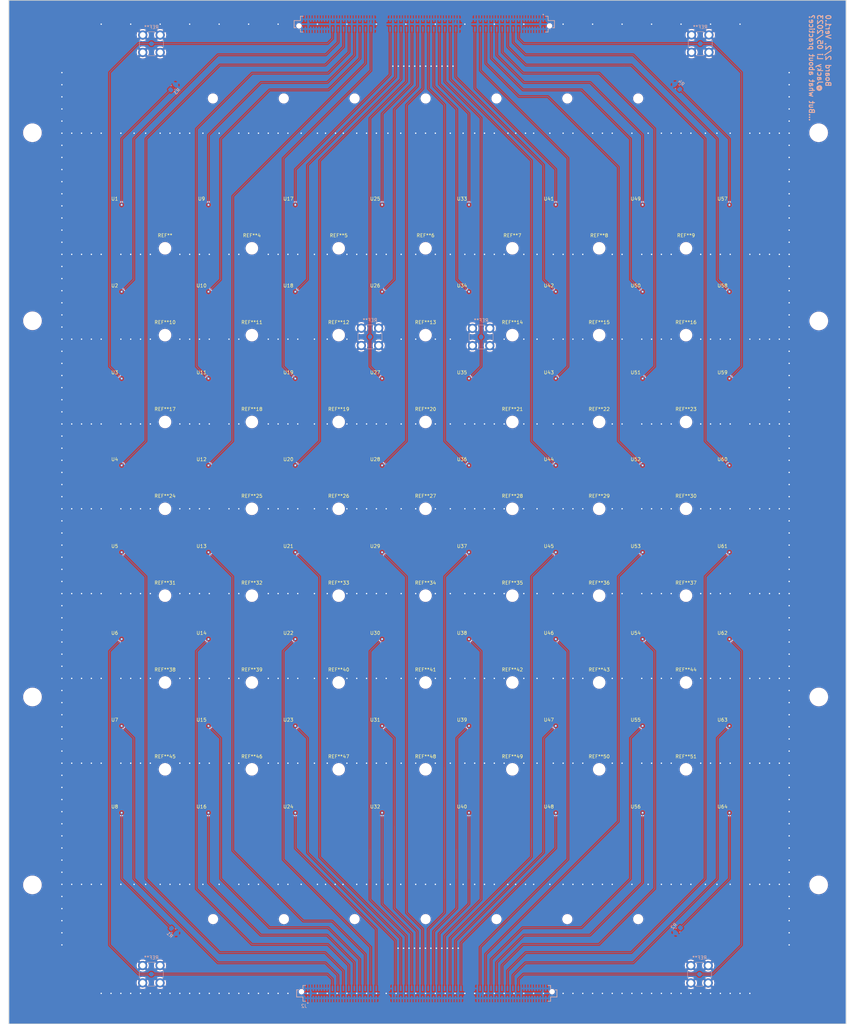
<source format=kicad_pcb>
(kicad_pcb (version 20221018) (generator pcbnew)
  (layers (0 "F.Cu" signal) (1 "In1.Cu" signal) (2 "In2.Cu" signal) (31 "B.Cu" signal) (34 "B.Paste" user) (35 "F.Paste" user) (36 "B.SilkS" user "B.Silkscreen") (37 "F.SilkS" user "F.Silkscreen") (38 "B.Mask" user) (39 "F.Mask" user) (44 "Edge.Cuts" user))
  (net 0 "")
  (net 1 "GND")
  (net 2 "/h3")
  (net 3 "/h2")
  (net 4 "/h4")
  (net 5 "/g3")
  (net 6 "/g1")
  (net 7 "/g2")
  (net 8 "/g4")
  (net 9 "/f3")
  (net 10 "/f1")
  (net 11 "/f2")
  (net 12 "/f4")
  (net 13 "/e3")
  (net 14 "/e1")
  (net 15 "/e2")
  (net 16 "/e4")
  (net 17 "/d4")
  (net 18 "/d2")
  (net 19 "/d1")
  (net 20 "/d3")
  (net 21 "/c4")
  (net 22 "/c2")
  (net 23 "/c1")
  (net 24 "/c3")
  (net 25 "/b4")
  (net 26 "/b2")
  (net 27 "/b1")
  (net 28 "/b3")
  (net 29 "/a4")
  (net 30 "/a2")
  (net 31 "/a3")
  (net 32 "/a6")
  (net 33 "/a7")
  (net 34 "/a5")
  (net 35 "/b6")
  (net 36 "/b8")
  (net 37 "/b7")
  (net 38 "/b5")
  (net 39 "/c6")
  (net 40 "/c8")
  (net 41 "/c7")
  (net 42 "/c5")
  (net 43 "/d6")
  (net 44 "/d8")
  (net 45 "/d7")
  (net 46 "/d5")
  (net 47 "/e5")
  (net 48 "/e7")
  (net 49 "/e8")
  (net 50 "/e6")
  (net 51 "/f5")
  (net 52 "/f7")
  (net 53 "/f8")
  (net 54 "/f6")
  (net 55 "/g5")
  (net 56 "/g7")
  (net 57 "/g8")
  (net 58 "/g6")
  (net 59 "/h5")
  (net 60 "/h7")
  (net 61 "/h6")
  (net 62 "/a8")
  (net 63 "/h8")
  (net 64 "/a1")
  (net 65 "/h1")
  (footprint "AnodePads:PogoPinWithTail" (layer "F.Cu") (at 324.2564 146.8374)
    (fp_text reference "U42")
    (fp_text value "anode_pad")
  )
  (footprint "AnodePads:PogoPinWithTail" (layer "F.Cu") (at 375.0564 273.8374)
    (fp_text reference "U63")
    (fp_text value "anode_pad")
  )
  (footprint "AnodePads:PogoPinWithTail" (layer "F.Cu") (at 298.8564 172.2374)
    (fp_text reference "U35")
    (fp_text value "anode_pad")
  )
  (footprint "AnodePads:PogoPinWithTail" (layer "F.Cu") (at 324.2564 248.4374)
    (fp_text reference "U46")
    (fp_text value "anode_pad")
  )
  (footprint "MountingHole:MountingHole_3.2mm_M3_ISO14580" (layer "F.Cu") (at 235.3564 134.1374)
    (fp_text reference "REF**4")
    (fp_text value "MountingHole_3.2mm_M3_ISO14580")
  )
  (footprint "AnodePads:PogoPinWithTail" (layer "F.Cu") (at 222.6564 146.8374)
    (fp_text reference "U10")
    (fp_text value "anode_pad")
  )
  (footprint "AnodePads:PogoPinWithTail" (layer "F.Cu") (at 375.0564 121.4374)
    (fp_text reference "U57")
    (fp_text value "anode_pad")
  )
  (footprint "AnodePads:PogoPinWithTail" (layer "F.Cu") (at 324.2564 172.2374)
    (fp_text reference "U43")
    (fp_text value "anode_pad")
  )
  (footprint "MountingHole:MountingHole_3.2mm_M3_ISO14580" (layer "F.Cu") (at 286.1564 159.5374)
    (fp_text reference "REF**13")
    (fp_text value "MountingHole_3.2mm_M3_ISO14580")
  )
  (footprint "AnodePads:PogoPinWithTail" (layer "F.Cu") (at 349.6564 121.4374)
    (fp_text reference "U49")
    (fp_text value "anode_pad")
  )
  (footprint "AnodePads:PogoPinWithTail" (layer "F.Cu") (at 222.6564 172.2374)
    (fp_text reference "U11")
    (fp_text value "anode_pad")
  )
  (footprint "MountingHole:MountingHole_3.2mm_M3_ISO14580" (layer "F.Cu") (at 209.9564 134.1374)
    (fp_text reference "REF**")
    (fp_text value "MountingHole_3.2mm_M3_ISO14580")
  )
  (footprint "AnodePads:PogoPinWithTail" (layer "F.Cu") (at 222.6564 121.4374)
    (fp_text reference "U9")
    (fp_text value "anode_pad")
  )
  (footprint "AnodePads:PogoPinWithTail" (layer "F.Cu") (at 349.6564 223.0374)
    (fp_text reference "U53")
    (fp_text value "anode_pad")
  )
  (footprint "MountingHole:MountingHole_3.2mm_M3_ISO14580" (layer "F.Cu") (at 311.5564 210.3374)
    (fp_text reference "REF**28")
    (fp_text value "MountingHole_3.2mm_M3_ISO14580")
  )
  (footprint "AnodePads:PogoPinWithTail" (layer "F.Cu") (at 273.4564 299.2374)
    (fp_text reference "U32")
    (fp_text value "anode_pad")
  )
  (footprint "MountingHole:MountingHole_3.2mm_M3_ISO14580" (layer "F.Cu") (at 209.9564 210.3374)
    (fp_text reference "REF**24")
    (fp_text value "MountingHole_3.2mm_M3_ISO14580")
  )
  (footprint "AnodePads:PogoPinWithTail" (layer "F.Cu") (at 298.8564 197.6374)
    (fp_text reference "U36")
    (fp_text value "anode_pad")
  )
  (footprint "AnodePads:PogoPinWithTail" (layer "F.Cu") (at 222.6564 197.6374)
    (fp_text reference "U12")
    (fp_text value "anode_pad")
  )
  (footprint "MountingHole:MountingHole_3.2mm_M3_ISO14580" (layer "F.Cu") (at 286.1564 134.1374)
    (fp_text reference "REF**6")
    (fp_text value "MountingHole_3.2mm_M3_ISO14580")
  )
  (footprint "AnodePads:PogoPinWithTail" (layer "F.Cu") (at 197.2564 146.8374)
    (fp_text reference "U2")
    (fp_text value "anode_pad")
  )
  (footprint "MountingHole:MountingHole_3.2mm_M3_ISO14580" (layer "F.Cu") (at 209.9564 235.7374)
    (fp_text reference "REF**31")
    (fp_text value "MountingHole_3.2mm_M3_ISO14580")
  )
  (footprint "AnodePads:PogoPinWithTail" (layer "F.Cu") (at 349.6564 146.8374)
    (fp_text reference "U50")
    (fp_text value "anode_pad")
  )
  (footprint "AnodePads:PogoPinWithTail" (layer "F.Cu") (at 248.0564 172.2374)
    (fp_text reference "U19")
    (fp_text value "anode_pad")
  )
  (footprint "AnodePads:PogoPinWithTail" (layer "F.Cu") (at 375.0564 146.8374)
    (fp_text reference "U58")
    (fp_text value "anode_pad")
  )
  (footprint "MountingHole:MountingHole_3.2mm_M3_ISO14580" (layer "F.Cu") (at 235.3564 235.7374)
    (fp_text reference "REF**32")
    (fp_text value "MountingHole_3.2mm_M3_ISO14580")
  )
  (footprint "MountingHole:MountingHole_3.2mm_M3_ISO14580" (layer "F.Cu") (at 286.1564 286.5374)
    (fp_text reference "REF**48")
    (fp_text value "MountingHole_3.2mm_M3_ISO14580")
  )
  (footprint "AnodePads:PogoPinWithTail" (layer "F.Cu") (at 222.6564 273.8374)
    (fp_text reference "U15")
    (fp_text value "anode_pad")
  )
  (footprint "AnodePads:PogoPinWithTail" (layer "F.Cu") (at 222.6564 299.2374)
    (fp_text reference "U16")
    (fp_text value "anode_pad")
  )
  (footprint "MountingHole:MountingHole_3.2mm_M3_ISO14580" (layer "F.Cu") (at 362.3564 235.7374)
    (fp_text reference "REF**37")
    (fp_text value "MountingHole_3.2mm_M3_ISO14580")
  )
  (footprint "MountingHole:MountingHole_3.2mm_M3_ISO14580" (layer "F.Cu") (at 260.7564 286.5374)
    (fp_text reference "REF**47")
    (fp_text value "MountingHole_3.2mm_M3_ISO14580")
  )
  (footprint "AnodePads:PogoPinWithTail" (layer "F.Cu") (at 273.4564 197.6374)
    (fp_text reference "U28")
    (fp_text value "anode_pad")
  )
  (footprint "AnodePads:PogoPinWithTail" (layer "F.Cu") (at 248.0564 197.6374)
    (fp_text reference "U20")
    (fp_text value "anode_pad")
  )
  (footprint "MountingHole:MountingHole_3.2mm_M3_ISO14580" (layer "F.Cu") (at 260.7564 134.1374)
    (fp_text reference "REF**5")
    (fp_text value "MountingHole_3.2mm_M3_ISO14580")
  )
  (footprint "MountingHole:MountingHole_3.2mm_M3_ISO14580" (layer "F.Cu") (at 362.3564 210.3374)
    (fp_text reference "REF**30")
    (fp_text value "MountingHole_3.2mm_M3_ISO14580")
  )
  (footprint "MountingHole:MountingHole_3.2mm_M3_ISO14580" (layer "F.Cu") (at 260.7564 235.7374)
    (fp_text reference "REF**33")
    (fp_text value "MountingHole_3.2mm_M3_ISO14580")
  )
  (footprint "MountingHole:MountingHole_3.2mm_M3_ISO14580" (layer "F.Cu") (at 362.3564 286.5374)
    (fp_text reference "REF**51")
    (fp_text value "MountingHole_3.2mm_M3_ISO14580")
  )
  (footprint "AnodePads:PogoPinWithTail" (layer "F.Cu") (at 248.0564 146.8374)
    (fp_text reference "U18")
    (fp_text value "anode_pad")
  )
  (footprint "MountingHole:MountingHole_3.2mm_M3_ISO14580" (layer "F.Cu") (at 336.9564 210.3374)
    (fp_text reference "REF**29")
    (fp_text value "MountingHole_3.2mm_M3_ISO14580")
  )
  (footprint "AnodePads:PogoPinWithTail" (layer "F.Cu") (at 375.0564 299.2374)
    (fp_text reference "U64")
    (fp_text value "anode_pad")
  )
  (footprint "AnodePads:PogoPinWithTail" (layer "F.Cu") (at 273.4564 172.2374)
    (fp_text reference "U27")
    (fp_text value "anode_pad")
  )
  (footprint "MountingHole:MountingHole_3.2mm_M3_ISO14580" (layer "F.Cu") (at 362.3564 159.5374)
    (fp_text reference "REF**16")
    (fp_text value "MountingHole_3.2mm_M3_ISO14580")
  )
  (footprint "MountingHole:MountingHole_3.2mm_M3_ISO14580" (layer "F.Cu") (at 336.9564 261.1374)
    (fp_text reference "REF**43")
    (fp_text value "MountingHole_3.2mm_M3_ISO14580")
  )
  (footprint "MountingHole:MountingHole_3.2mm_M3_ISO14580" (layer "F.Cu") (at 209.9564 184.9374)
    (fp_text reference "REF**17")
    (fp_text value "MountingHole_3.2mm_M3_ISO14580")
  )
  (footprint "AnodePads:PogoPinWithTail" (layer "F.Cu") (at 197.2564 299.2374)
    (fp_text reference "U8")
    (fp_text value "anode_pad")
  )
  (footprint "AnodePads:PogoPinWithTail" (layer "F.Cu") (at 349.6564 172.2374)
    (fp_text reference "U51")
    (fp_text value "anode_pad")
  )
  (footprint "AnodePads:PogoPinWithTail" (layer "F.Cu") (at 324.2564 223.0374)
    (fp_text reference "U45")
    (fp_text value "anode_pad")
  )
  (footprint "AnodePads:PogoPinWithTail" (layer "F.Cu") (at 298.8564 146.8374)
    (fp_text reference "U34")
    (fp_text value "anode_pad")
  )
  (footprint "MountingHole:MountingHole_3.2mm_M3_ISO14580" (layer "F.Cu") (at 311.5564 235.7374)
    (fp_text reference "REF**35")
    (fp_text value "MountingHole_3.2mm_M3_ISO14580")
  )
  (footprint "AnodePads:PogoPinWithTail" (layer "F.Cu") (at 222.6564 248.4374)
    (fp_text reference "U14")
    (fp_text value "anode_pad")
  )
  (footprint "AnodePads:PogoPinWithTail" (layer "F.Cu") (at 324.2564 273.8374)
    (fp_text reference "U47")
    (fp_text value "anode_pad")
  )
  (footprint "MountingHole:MountingHole_3.2mm_M3_ISO14580" (layer "F.Cu") (at 362.3564 134.1374)
    (fp_text reference "REF**9")
    (fp_text value "MountingHole_3.2mm_M3_ISO14580")
  )
  (footprint "MountingHole:MountingHole_3.2mm_M3_ISO14580" (layer "F.Cu") (at 362.3564 261.1374)
    (fp_text reference "REF**44")
    (fp_text value "MountingHole_3.2mm_M3_ISO14580")
  )
  (footprint "MountingHole:MountingHole_3.2mm_M3_ISO14580" (layer "F.Cu") (at 209.9564 286.5374)
    (fp_text reference "REF**45")
    (fp_text value "MountingHole_3.2mm_M3_ISO14580")
  )
  (footprint "AnodePads:PogoPinWithTail" (layer "F.Cu") (at 197.2564 172.2374)
    (fp_text reference "U3")
    (fp_text value "anode_pad")
  )
  (footprint "MountingHole:MountingHole_3.2mm_M3_ISO14580" (layer "F.Cu") (at 209.9564 261.1374)
    (fp_text reference "REF**38")
    (fp_text value "MountingHole_3.2mm_M3_ISO14580")
  )
  (footprint "AnodePads:PogoPinWithTail" (layer "F.Cu") (at 298.8564 223.0374)
    (fp_text reference "U37")
    (fp_text value "anode_pad")
  )
  (footprint "AnodePads:PogoPinWithTail" (layer "F.Cu") (at 298.8564 299.2374)
    (fp_text reference "U40")
    (fp_text value "anode_pad")
  )
  (footprint "MountingHole:MountingHole_3.2mm_M3_ISO14580" (layer "F.Cu") (at 286.1564 210.3374)
    (fp_text reference "REF**27")
    (fp_text value "MountingHole_3.2mm_M3_ISO14580")
  )
  (footprint "AnodePads:PogoPinWithTail" (layer "F.Cu") (at 349.6564 197.6374)
    (fp_text reference "U52")
    (fp_text value "anode_pad")
  )
  (footprint "AnodePads:PogoPinWithTail" (layer "F.Cu") (at 375.0564 248.4374)
    (fp_text reference "U62")
    (fp_text value "anode_pad")
  )
  (footprint "AnodePads:PogoPinWithTail" (layer "F.Cu") (at 375.0564 197.6374)
    (fp_text reference "U60")
    (fp_text value "anode_pad")
  )
  (footprint "MountingHole:MountingHole_3.2mm_M3_ISO14580" (layer "F.Cu") (at 311.5564 159.5374)
    (fp_text reference "REF**14")
    (fp_text value "MountingHole_3.2mm_M3_ISO14580")
  )
  (footprint "MountingHole:MountingHole_3.2mm_M3_ISO14580" (layer "F.Cu") (at 311.5564 286.5374)
    (fp_text reference "REF**49")
    (fp_text value "MountingHole_3.2mm_M3_ISO14580")
  )
  (footprint "AnodePads:PogoPinWithTail" (layer "F.Cu") (at 248.0564 121.4374)
    (fp_text reference "U17")
    (fp_text value "anode_pad")
  )
  (footprint "MountingHole:MountingHole_3.2mm_M3_ISO14580" (layer "F.Cu") (at 235.3564 159.5374)
    (fp_text reference "REF**11")
    (fp_text value "MountingHole_3.2mm_M3_ISO14580")
  )
  (footprint "AnodePads:PogoPinWithTail" (layer "F.Cu") (at 349.6564 248.4374)
    (fp_text reference "U54")
    (fp_text value "anode_pad")
  )
  (footprint "MountingHole:MountingHole_3.2mm_M3_ISO14580" (layer "F.Cu") (at 336.9564 159.5374)
    (fp_text reference "REF**15")
    (fp_text value "MountingHole_3.2mm_M3_ISO14580")
  )
  (footprint "AnodePads:PogoPinWithTail" (layer "F.Cu") (at 197.2564 223.0374)
    (fp_text reference "U5")
    (fp_text value "anode_pad")
  )
  (footprint "AnodePads:PogoPinWithTail" (layer "F.Cu") (at 248.0564 248.4374)
    (fp_text reference "U22")
    (fp_text value "anode_pad")
  )
  (footprint "AnodePads:PogoPinWithTail" (layer "F.Cu") (at 248.0564 223.0374)
    (fp_text reference "U21")
    (fp_text value "anode_pad")
  )
  (footprint "AnodePads:PogoPinWithTail" (layer "F.Cu") (at 324.2564 121.4374)
    (fp_text reference "U41")
    (fp_text value "anode_pad")
  )
  (footprint "MountingHole:MountingHole_3.2mm_M3_ISO14580" (layer "F.Cu") (at 235.3564 184.9374)
    (fp_text reference "REF**18")
    (fp_text value "MountingHole_3.2mm_M3_ISO14580")
  )
  (footprint "MountingHole:MountingHole_3.2mm_M3_ISO14580" (layer "F.Cu") (at 235.3564 286.5374)
    (fp_text reference "REF**46")
    (fp_text value "MountingHole_3.2mm_M3_ISO14580")
  )
  (footprint "AnodePads:PogoPinWithTail" (layer "F.Cu") (at 222.6564 223.0374)
    (fp_text reference "U13")
    (fp_text value "anode_pad")
  )
  (footprint "AnodePads:PogoPinWithTail" (layer "F.Cu") (at 375.0564 172.2374)
    (fp_text reference "U59")
    (fp_text value "anode_pad")
  )
  (footprint "MountingHole:MountingHole_3.2mm_M3_ISO14580" (layer "F.Cu") (at 336.9564 134.1374)
    (fp_text reference "REF**8")
    (fp_text value "MountingHole_3.2mm_M3_ISO14580")
  )
  (footprint "MountingHole:MountingHole_3.2mm_M3_ISO14580" (layer "F.Cu") (at 336.9564 286.5374)
    (fp_text reference "REF**50")
    (fp_text value "MountingHole_3.2mm_M3_ISO14580")
  )
  (footprint "MountingHole:MountingHole_3.2mm_M3_ISO14580" (layer "F.Cu") (at 235.3564 210.3374)
    (fp_text reference "REF**25")
    (fp_text value "MountingHole_3.2mm_M3_ISO14580")
  )
  (footprint "AnodePads:PogoPinWithTail" (layer "F.Cu") (at 197.2564 197.6374)
    (fp_text reference "U4")
    (fp_text value "anode_pad")
  )
  (footprint "AnodePads:PogoPinWithTail" (layer "F.Cu") (at 273.4564 223.0374)
    (fp_text reference "U29")
    (fp_text value "anode_pad")
  )
  (footprint "AnodePads:PogoPinWithTail" (layer "F.Cu") (at 273.4564 146.8374)
    (fp_text reference "U26")
    (fp_text value "anode_pad")
  )
  (footprint "MountingHole:MountingHole_3.2mm_M3_ISO14580" (layer "F.Cu") (at 336.9564 184.9374)
    (fp_text reference "REF**22")
    (fp_text value "MountingHole_3.2mm_M3_ISO14580")
  )
  (footprint "MountingHole:MountingHole_3.2mm_M3_ISO14580" (layer "F.Cu") (at 311.5564 184.9374)
    (fp_text reference "REF**21")
    (fp_text value "MountingHole_3.2mm_M3_ISO14580")
  )
  (footprint "AnodePads:PogoPinWithTail" (layer "F.Cu") (at 298.8564 121.4374)
    (fp_text reference "U33")
    (fp_text value "anode_pad")
  )
  (footprint "AnodePads:PogoPinWithTail" (layer "F.Cu") (at 248.0564 273.8374)
    (fp_text reference "U23")
    (fp_text value "anode_pad")
  )
  (footprint "MountingHole:MountingHole_3.2mm_M3_ISO14580" (layer "F.Cu") (at 311.5564 261.1374)
    (fp_text reference "REF**42")
    (fp_text value "MountingHole_3.2mm_M3_ISO14580")
  )
  (footprint "AnodePads:PogoPinWithTail" (layer "F.Cu") (at 197.2564 273.8374)
    (fp_text reference "U7")
    (fp_text value "anode_pad")
  )
  (footprint "AnodePads:PogoPinWithTail" (layer "F.Cu") (at 298.8564 273.8374)
    (fp_text reference "U39")
    (fp_text value "anode_pad")
  )
  (footprint "AnodePads:PogoPinWithTail" (layer "F.Cu") (at 324.2564 299.2374)
    (fp_text reference "U48")
    (fp_text value "anode_pad")
  )
  (footprint "MountingHole:MountingHole_3.2mm_M3_ISO14580" (layer "F.Cu") (at 286.1564 261.1374)
    (fp_text reference "REF**41")
    (fp_text value "MountingHole_3.2mm_M3_ISO14580")
  )
  (footprint "MountingHole:MountingHole_3.2mm_M3_ISO14580" (layer "F.Cu") (at 362.3564 184.9374)
    (fp_text reference "REF**23")
    (fp_text value "MountingHole_3.2mm_M3_ISO14580")
  )
  (footprint "AnodePads:PogoPinWithTail" (layer "F.Cu") (at 375.0564 223.0374)
    (fp_text reference "U61")
    (fp_text value "anode_pad")
  )
  (footprint "MountingHole:MountingHole_3.2mm_M3_ISO14580" (layer "F.Cu") (at 286.1564 184.9374)
    (fp_text reference "REF**20")
    (fp_text value "MountingHole_3.2mm_M3_ISO14580")
  )
  (footprint "AnodePads:PogoPinWithTail" (layer "F.Cu") (at 248.0564 299.2374)
    (fp_text reference "U24")
    (fp_text value "anode_pad")
  )
  (footprint "MountingHole:MountingHole_3.2mm_M3_ISO14580" (layer "F.Cu") (at 260.7564 210.3374)
    (fp_text reference "REF**26")
    (fp_text value "MountingHole_3.2mm_M3_ISO14580")
  )
  (footprint "MountingHole:MountingHole_3.2mm_M3_ISO14580" (layer "F.Cu") (at 235.3564 261.1374)
    (fp_text reference "REF**39")
    (fp_text value "MountingHole_3.2mm_M3_ISO14580")
  )
  (footprint "AnodePads:PogoPinWithTail" (layer "F.Cu") (at 349.6564 273.8374)
    (fp_text reference "U55")
    (fp_text value "anode_pad")
  )
  (footprint "MountingHole:MountingHole_3.2mm_M3_ISO14580" (layer "F.Cu") (at 311.5564 134.1374)
    (fp_text reference "REF**7")
    (fp_text value "MountingHole_3.2mm_M3_ISO14580")
  )
  (footprint "MountingHole:MountingHole_3.2mm_M3_ISO14580" (layer "F.Cu") (at 260.7564 159.5374)
    (fp_text reference "REF**12")
    (fp_text value "MountingHole_3.2mm_M3_ISO14580")
  )
  (footprint "MountingHole:MountingHole_3.2mm_M3_ISO14580" (layer "F.Cu") (at 209.9564 159.5374)
    (fp_text reference "REF**10")
    (fp_text value "MountingHole_3.2mm_M3_ISO14580")
  )
  (footprint "MountingHole:MountingHole_3.2mm_M3_ISO14580" (layer "F.Cu") (at 260.7564 184.9374)
    (fp_text reference "REF**19")
    (fp_text value "MountingHole_3.2mm_M3_ISO14580")
  )
  (footprint "AnodePads:PogoPinWithTail" (layer "F.Cu") (at 197.2564 248.4374)
    (fp_text reference "U6")
    (fp_text value "anode_pad")
  )
  (footprint "MountingHole:MountingHole_3.2mm_M3_ISO14580" (layer "F.Cu") (at 336.9564 235.7374)
    (fp_text reference "REF**36")
    (fp_text value "MountingHole_3.2mm_M3_ISO14580")
  )
  (footprint "AnodePads:PogoPinWithTail" (layer "F.Cu") (at 324.2564 197.6374)
    (fp_text reference "U44")
    (fp_text value "anode_pad")
  )
  (footprint "AnodePads:PogoPinWithTail" (layer "F.Cu") (at 273.4564 273.8374)
    (fp_text reference "U31")
    (fp_text value "anode_pad")
  )
  (footprint "MountingHole:MountingHole_3.2mm_M3_ISO14580" (layer "F.Cu") (at 260.7564 261.1374)
    (fp_text reference "REF**40")
    (fp_text value "MountingHole_3.2mm_M3_ISO14580")
  )
  (footprint "AnodePads:PogoPinWithTail" (layer "F.Cu") (at 298.8564 248.4374)
    (fp_text reference "U38")
    (fp_text value "anode_pad")
  )
  (footprint "AnodePads:PogoPinWithTail" (layer "F.Cu") (at 273.4564 248.4374)
    (fp_text reference "U30")
    (fp_text value "anode_pad")
  )
  (footprint "MountingHole:MountingHole_3.2mm_M3_ISO14580" (layer "F.Cu") (at 286.1564 235.7374)
    (fp_text reference "REF**34")
    (fp_text value "MountingHole_3.2mm_M3_ISO14580")
  )
  (footprint "AnodePads:PogoPinWithTail" (layer "F.Cu") (at 349.6564 299.2374)
    (fp_text reference "U56")
    (fp_text value "anode_pad")
  )
  (footprint "AnodePads:PogoPinWithTail" (layer "F.Cu") (at 197.2564 121.4374)
    (fp_text reference "U1")
    (fp_text value "anode_pad")
  )
  (footprint "AnodePads:PogoPinWithTail" (layer "F.Cu") (at 273.4564 121.4374)
    (fp_text reference "U25")
    (fp_text value "anode_pad")
  )
  (footprint "" (layer "B.Cu") (at 244.733879 330.34455 180)
    (fp_text reference "")
    (fp_text value "")
  )
  (footprint "Connector_Coaxial:SMA_Johnson_142-0711-271" (layer "B.Cu") (at 205.95 346.46 180)
    (fp_text reference "REF**")
    (fp_text value "SMA_Johnson_142-0711-271")
  )
  (footprint "MountingHole:MountingHole_2.2mm_M2" (layer "B.Cu") (at 401.1564 100.3374 180)
    (fp_text reference "REF**1" hide)
    (fp_text value "MountingHole_2.2mm_M2")
  )
  (footprint "" (layer "B.Cu") (at 286.186679 90.31455 180)
    (fp_text reference "")
    (fp_text value "")
  )
  (footprint "" (layer "B.Cu") (at 348.365879 330.34455)
    (fp_text reference "")
    (fp_text value "")
  )
  (footprint "" (layer "B.Cu") (at 401.197879 265.37135 180)
    (fp_text reference "")
    (fp_text value "")
  )
  (footprint "" (layer "B.Cu") (at 223.956679 90.31455 180)
    (fp_text reference "")
    (fp_text value "")
  )
  (footprint "" (layer "B.Cu") (at 286.186679 330.34455 180)
    (fp_text reference "")
    (fp_text value "")
  )
  (footprint "Resistor_SMD:R_0805_2012Metric_Pad1.20x1.40mm_HandSolder" (layer "B.Cu") (at 359.995451 333.586207 -135)
    (fp_text reference "R2")
    (fp_text value "R_Small")
  )
  (footprint "" (layer "B.Cu") (at 244.683079 90.31455 180)
    (fp_text reference "")
    (fp_text value "")
  )
  (footprint "Connector_Coaxial:SMA_Johnson_142-0711-271" (layer "B.Cu") (at 366.52 74.27 180)
    (fp_text reference "REF**")
    (fp_text value "SMA_Johnson_142-0711-271")
  )
  (footprint "" (layer "B.Cu") (at 224.007479 330.34455 180)
    (fp_text reference "")
    (fp_text value "")
  )
  (footprint "MountingHole:MountingHole_2.2mm_M2" (layer "B.Cu") (at 171.1564 320.3374 180)
    (fp_text reference "REF**2" hide)
    (fp_text value "MountingHole_2.2mm_M2")
  )
  (footprint "MountingHole:MountingHole_2.2mm_M2" (layer "B.Cu") (at 401.1564 320.3374 180)
    (fp_text reference "REF**3" hide)
    (fp_text value "MountingHole_2.2mm_M2")
  )
  (footprint "" (layer "B.Cu") (at 265.409479 330.34455)
    (fp_text reference "")
    (fp_text value "")
  )
  (footprint "" (layer "B.Cu") (at 265.409479 90.31455 180)
    (fp_text reference "")
    (fp_text value "")
  )
  (footprint "" (layer "B.Cu") (at 327.639479 330.34455 180)
    (fp_text reference "")
    (fp_text value "")
  )
  (footprint "" (layer "B.Cu") (at 327.639479 90.31455 180)
    (fp_text reference "")
    (fp_text value "")
  )
  (footprint "Connector_Coaxial:SMA_Johnson_142-0711-271" (layer "B.Cu") (at 302.42 160.08 180)
    (fp_text reference "REF**")
    (fp_text value "SMA_Johnson_142-0711-271")
  )
  (footprint "Resistor_SMD:R_0805_2012Metric_Pad1.20x1.40mm_HandSolder" (layer "B.Cu") (at 212.522558 333.7591 -45)
    (fp_text reference "R1")
    (fp_text value "R_Small")
  )
  (footprint "Resistor_SMD:R_0805_2012Metric_Pad1.20x1.40mm_HandSolder" (layer "B.Cu") (at 212.327107 87.072893 45)
    (fp_text reference "R3")
    (fp_text value "R_Small")
  )
  (footprint "Connector_Coaxial:SMA_Johnson_142-0711-271" (layer "B.Cu") (at 269.91 160.03 180)
    (fp_text reference "REF**")
    (fp_text value "SMA_Johnson_142-0711-271")
  )
  (footprint "" (layer "B.Cu") (at 348.365879 90.31455 180)
    (fp_text reference "")
    (fp_text value "")
  )
  (footprint "AnodePads:SAMTEC_QRM8-078-05.0-L-D-A" (layer "B.Cu") (at 285.791479 68.58 180)
    (fp_text reference "J1" hide)
    (fp_text value "QRM8-078-05.0-L-D-A" hide)
  )
  (footprint "Connector_Coaxial:SMA_Johnson_142-0711-271" (layer "B.Cu") (at 205.98 74.3 180)
    (fp_text reference "REF**")
    (fp_text value "SMA_Johnson_142-0711-271")
  )
  (footprint "" (layer "B.Cu") (at 171.175479 155.33855 180)
    (fp_text reference "")
    (fp_text value "")
  )
  (footprint "AnodePads:SAMTEC_QRM8-078-05.0-L-D-A" (layer "B.Cu") (at 286.521321 352.0694)
    (fp_text reference "J2")
    (fp_text value "QRM8-078-05.0-L-D-A")
  )
  (footprint "" (layer "B.Cu") (at 401.197879 155.38935 180)
    (fp_text reference "")
    (fp_text value "")
  )
  (footprint "" (layer "B.Cu") (at 306.913079 330.34455)
    (fp_text reference "")
    (fp_text value "")
  )
  (footprint "" (layer "B.Cu") (at 171.175479 265.37135 180)
    (fp_text reference "")
    (fp_text value "")
  )
  (footprint "" (layer "B.Cu") (at 306.913079 90.31455 180)
    (fp_text reference "")
    (fp_text value "")
  )
  (footprint "Connector_Coaxial:SMA_Johnson_142-0711-271" (layer "B.Cu") (at 366.31 346.49 180)
    (fp_text reference "REF**")
    (fp_text value "SMA_Johnson_142-0711-271")
  )
  (footprint "MountingHole:MountingHole_2.2mm_M2" (layer "B.Cu") (at 171.1564 100.3374 180)
    (fp_text reference "REF**" hide)
    (fp_text value "MountingHole_2.2mm_M2")
  )
  (footprint "Resistor_SMD:R_0805_2012Metric_Pad1.20x1.40mm_HandSolder" (layer "B.Cu") (at 359.8 86.9 135)
    (fp_text reference "R4")
    (fp_text value "R_Small")
  )
  (gr_poly (pts (xy 164.266679 61.61255) (xy 409.173479 61.61255) (xy 409.173479 360.97695) (xy 164.266679 360.97695)) (stroke (width 0.2)) (fill none) (layer "Edge.Cuts"))
  (gr_text "Board 2/2, Ver1.0\n@Jacky Li 05/2023\n...But what about practice?" (at 398.23 65.61 270) (layer "B.SilkS") (effects (font (size 1.5 1.5) (thickness 0.3) bold) (justify right bottom mirror)))
  (via (at 211.4064 100.47258) (size 0.8) (drill 0.4) (layers "F.Cu" "B.Cu") (net 1))
  (via (at 245.9064 160.71412) (size 0.8) (drill 0.4) (layers "F.Cu" "B.Cu") (net 1))
  (via (at 383.9064 320.17702) (size 0.8) (drill 0.4) (layers "F.Cu" "B.Cu") (net 1))
  (via (at 355.1564 210.3248) (size 0.8) (drill 0.4) (layers "F.Cu" "B.Cu") (net 1))
  (via (at 248.7814 235.13014) (size 0.8) (drill 0.4) (layers "F.Cu" "B.Cu") (net 1))
  (via (at 372.4064 235.13014) (size 0.8) (drill 0.4) (layers "F.Cu" "B.Cu") (net 1))
  (via (at 335.0314 320.17702) (size 0.8) (drill 0.4) (layers "F.Cu" "B.Cu") (net 1))
  (via (at 179.7814 171.34498) (size 0.8) (drill 0.4) (layers "F.Cu" "B.Cu") (net 1))
  (via (at 383.9064 100.47258) (size 0.8) (drill 0.4) (layers "F.Cu" "B.Cu") (net 1))
  (via (at 329.2814 352.0694) (size 0.8) (drill 0.4) (layers "F.Cu" "B.Cu") (net 1))
  (via (at 266.0314 284.74082) (size 0.8) (drill 0.4) (layers "F.Cu" "B.Cu") (net 1))
  (via (at 371.4064 100.47258) (size 0.8) (drill 0.4) (layers "F.Cu" "B.Cu") (net 1))
  (via (at 221.0314 320.17702) (size 0.8) (drill 0.4) (layers "F.Cu" "B.Cu") (net 1))
  (via (at 392.5314 150.08326) (size 0.8) (drill 0.4) (layers "F.Cu" "B.Cu") (net 1))
  (via (at 289.0314 352.0694) (size 0.8) (drill 0.4) (layers "F.Cu" "B.Cu") (net 1))
  (via (at 217.1564 259.93548) (size 0.8) (drill 0.4) (layers "F.Cu" "B.Cu") (net 1))
  (via (at 179.7814 330.80788) (size 0.8) (drill 0.4) (layers "F.Cu" "B.Cu") (net 1))
  (via (at 204.2814 320.17702) (size 0.8) (drill 0.4) (layers "F.Cu" "B.Cu") (net 1))
  (via (at 293.4064 235.13014) (size 0.8) (drill 0.4) (layers "F.Cu" "B.Cu") (net 1))
  (via (at 392.5314 249.30462) (size 0.8) (drill 0.4) (layers "F.Cu" "B.Cu") (net 1))
  (via (at 179.7814 181.97584) (size 0.8) (drill 0.4) (layers "F.Cu" "B.Cu") (net 1))
  (via (at 245.9064 320.17702) (size 0.8) (drill 0.4) (layers "F.Cu" "B.Cu") (net 1))
  (via (at 358.0314 160.71412) (size 0.8) (drill 0.4) (layers "F.Cu" "B.Cu") (net 1))
  (via (at 349.4064 259.93548) (size 0.8) (drill 0.4) (layers "F.Cu" "B.Cu") (net 1))
  (via (at 392.5314 160.71412) (size 0.8) (drill 0.4) (layers "F.Cu" "B.Cu") (net 1))
  (via (at 245.9064 352.0694) (size 0.8) (drill 0.4) (layers "F.Cu" "B.Cu") (net 1))
  (via (at 217.1564 100.47258) (size 0.8) (drill 0.4) (layers "F.Cu" "B.Cu") (net 1))
  (via (at 188.4064 284.74082) (size 0.8) (drill 0.4) (layers "F.Cu" "B.Cu") (net 1))
  (via (at 332.1564 320.17702) (size 0.8) (drill 0.4) (layers "F.Cu" "B.Cu") (net 1))
  (via (at 199.9064 135.90878) (size 0.8) (drill 0.4) (layers "F.Cu" "B.Cu") (net 1))
  (via (at 221.0314 100.47258) (size 0.8) (drill 0.4) (layers "F.Cu" "B.Cu") (net 1))
  (via (at 355.1564 235.13014) (size 0.8) (drill 0.4) (layers "F.Cu" "B.Cu") (net 1))
  (via (at 202.7814 185.51946) (size 0.8) (drill 0.4) (layers "F.Cu" "B.Cu") (net 1))
  (via (at 337.9064 320.17702) (size 0.8) (drill 0.4) (layers "F.Cu" "B.Cu") (net 1))
  (via (at 254.5314 68.58) (size 0.8) (drill 0.4) (layers "F.Cu" "B.Cu") (net 1))
  (via (at 381.0314 185.51946) (size 0.8) (drill 0.4) (layers "F.Cu" "B.Cu") (net 1))
  (via (at 372.4064 259.93548) (size 0.8) (drill 0.4) (layers "F.Cu" "B.Cu") (net 1))
  (via (at 182.6564 185.51946) (size 0.8) (drill 0.4) (layers "F.Cu" "B.Cu") (net 1))
  (via (at 392.5314 157.1705) (size 0.8) (drill 0.4) (layers "F.Cu" "B.Cu") (net 1))
  (via (at 245.9064 100.47258) (size 0.8) (drill 0.4) (layers "F.Cu" "B.Cu") (net 1))
  (via (at 220.0314 210.3248) (size 0.8) (drill 0.4) (layers "F.Cu" "B.Cu") (net 1))
  (via (at 306.2814 284.74082) (size 0.8) (drill 0.4) (layers "F.Cu" "B.Cu") (net 1))
  (via (at 197.0314 100.47258) (size 0.8) (drill 0.4) (layers "F.Cu" "B.Cu") (net 1))
  (via (at 355.1564 135.90878) (size 0.8) (drill 0.4) (layers "F.Cu" "B.Cu") (net 1))
  (via (at 281.391479 80.86) (size 0.8) (drill 0.4) (layers "F.Cu" "B.Cu") (net 1))
  (via (at 290.991479 80.86) (size 0.8) (drill 0.4) (layers "F.Cu" "B.Cu") (net 1))
  (via (at 352.2814 352.0694) (size 0.8) (drill 0.4) (layers "F.Cu" "B.Cu") (net 1))
  (via (at 251.6564 352.0694) (size 0.8) (drill 0.4) (layers "F.Cu" "B.Cu") (net 1))
  (via (at 329.2814 210.3248) (size 0.8) (drill 0.4) (layers "F.Cu" "B.Cu") (net 1))
  (via (at 358.0314 235.13014) (size 0.8) (drill 0.4) (layers "F.Cu" "B.Cu") (net 1))
  (via (at 378.1564 352.0694) (size 0.8) (drill 0.4) (layers "F.Cu" "B.Cu") (net 1))
  (via (at 349.4064 235.13014) (size 0.8) (drill 0.4) (layers "F.Cu" "B.Cu") (net 1))
  (via (at 179.7814 316.6334) (size 0.8) (drill 0.4) (layers "F.Cu" "B.Cu") (net 1))
  (via (at 297.6564 68.58) (size 0.8) (drill 0.4) (layers "F.Cu" "B.Cu") (net 1))
  (via (at 392.5314 245.761) (size 0.8) (drill 0.4) (layers "F.Cu" "B.Cu") (net 1))
  (via (at 289.0314 235.13014) (size 0.8) (drill 0.4) (layers "F.Cu" "B.Cu") (net 1))
  (via (at 392.5314 327.26426) (size 0.8) (drill 0.4) (layers "F.Cu" "B.Cu") (net 1))
  (via (at 266.0314 235.13014) (size 0.8) (drill 0.4) (layers "F.Cu" "B.Cu") (net 1))
  (via (at 199.9064 235.13014) (size 0.8) (drill 0.4) (layers "F.Cu" "B.Cu") (net 1))
  (via (at 240.1564 100.47258) (size 0.8) (drill 0.4) (layers "F.Cu" "B.Cu") (net 1))
  (via (at 205.6564 352.0694) (size 0.8) (drill 0.4) (layers "F.Cu" "B.Cu") (net 1))
  (via (at 392.5314 206.78118) (size 0.8) (drill 0.4) (layers "F.Cu" "B.Cu") (net 1))
  (via (at 303.4064 135.90878) (size 0.8) (drill 0.4) (layers "F.Cu" "B.Cu") (net 1))
  (via (at 297.6564 185.51946) (size 0.8) (drill 0.4) (layers "F.Cu" "B.Cu") (net 1))
  (via (at 179.7814 139.4524) (size 0.8) (drill 0.4) (layers "F.Cu" "B.Cu") (net 1))
  (via (at 392.5314 220.95566) (size 0.8) (drill 0.4) (layers "F.Cu" "B.Cu") (net 1))
  (via (at 199.9064 210.3248) (size 0.8) (drill 0.4) (layers "F.Cu" "B.Cu") (net 1))
  (via (at 392.5314 295.37168) (size 0.8) (drill 0.4) (layers "F.Cu" "B.Cu") (net 1))
  (via (at 392.5314 203.23756) (size 0.8) (drill 0.4) (layers "F.Cu" "B.Cu") (net 1))
  (via (at 182.6564 100.47258) (size 0.8) (drill 0.4) (layers "F.Cu" "B.Cu") (net 1))
  (via (at 243.0314 320.17702) (size 0.8) (drill 0.4) (layers "F.Cu" "B.Cu") (net 1))
  (via (at 392.5314 128.82154) (size 0.8) (drill 0.4) (layers "F.Cu" "B.Cu") (net 1))
  (via (at 378.1564 68.58) (size 0.8) (drill 0.4) (layers "F.Cu" "B.Cu") (net 1))
  (via (at 392.5314 139.4524) (size 0.8) (drill 0.4) (layers "F.Cu" "B.Cu") (net 1))
  (via (at 228.6564 210.3248) (size 0.8) (drill 0.4) (layers "F.Cu" "B.Cu") (net 1))
  (via (at 237.2814 320.17702) (size 0.8) (drill 0.4) (layers "F.Cu" "B.Cu") (net 1))
  (via (at 220.0314 185.51946) (size 0.8) (drill 0.4) (layers "F.Cu" "B.Cu") (net 1))
  (via (at 257.4064 284.74082) (size 0.8) (drill 0.4) (layers "F.Cu" "B.Cu") (net 1))
  (via (at 179.7814 249.30462) (size 0.8) (drill 0.4) (layers "F.Cu" "B.Cu") (net 1))
  (via (at 275.1564 320.17702) (size 0.8) (drill 0.4) (layers "F.Cu" "B.Cu") (net 1))
  (via (at 268.9064 185.51946) (size 0.8) (drill 0.4) (layers "F.Cu" "B.Cu") (net 1))
  (via (at 392.5314 313.08978) (size 0.8) (drill 0.4) (layers "F.Cu" "B.Cu") (net 1))
  (via (at 179.7814 135.90878) (size 0.8) (drill 0.4) (layers "F.Cu" "B.Cu") (net 1))
  (via (at 363.7814 100.47258) (size 0.8) (drill 0.4) (layers "F.Cu" "B.Cu") (net 1))
  (via (at 309.1564 352.0694) (size 0.8) (drill 0.4) (layers "F.Cu" "B.Cu") (net 1))
  (via (at 248.7814 185.51946) (size 0.8) (drill 0.4) (layers "F.Cu" "B.Cu") (net 1))
  (via (at 297.6564 210.3248) (size 0.8) (drill 0.4) (layers "F.Cu" "B.Cu") (net 1))
  (via (at 271.7814 210.3248) (size 0.8) (drill 0.4) (layers "F.Cu" "B.Cu") (net 1))
  (via (at 191.2814 135.90878) (size 0.8) (drill 0.4) (layers "F.Cu" "B.Cu") (net 1))
  (via (at 306.2814 259.93548) (size 0.8) (drill 0.4) (layers "F.Cu" "B.Cu") (net 1))
  (via (at 179.7814 199.69394) (size 0.8) (drill 0.4) (layers "F.Cu" "B.Cu") (net 1))
  (via (at 386.7814 160.71412) (size 0.8) (drill 0.4) (layers "F.Cu" "B.Cu") (net 1))
  (via (at 271.7814 135.90878) (size 0.8) (drill 0.4) (layers "F.Cu" "B.Cu") (net 1))
  (via (at 253.6564 135.90878) (size 0.8) (drill 0.4) (layers "F.Cu" "B.Cu") (net 1))
  (via (at 314.9064 284.74082) (size 0.8) (drill 0.4) (layers "F.Cu" "B.Cu") (net 1))
  (via (at 185.5314 100.47258) (size 0.8) (drill 0.4) (layers "F.Cu" "B.Cu") (net 1))
  (via (at 392.5314 252.84824) (size 0.8) (drill 0.4) (layers "F.Cu" "B.Cu") (net 1))
  (via (at 284.591479 80.86) (size 0.8) (drill 0.4) (layers "F.Cu" "B.Cu") (net 1))
  (via (at 228.6564 352.0694) (size 0.8) (drill 0.4) (layers "F.Cu" "B.Cu") (net 1))
  (via (at 217.1564 352.0694) (size 0.8) (drill 0.4) (layers "F.Cu" "B.Cu") (net 1))
  (via (at 381.0314 320.17702) (size 0.8) (drill 0.4) (layers "F.Cu" "B.Cu") (net 1))
  (via (at 217.1564 320.17702) (size 0.8) (drill 0.4) (layers "F.Cu" "B.Cu") (net 1))
  (via (at 392.5314 291.82806) (size 0.8) (drill 0.4) (layers "F.Cu" "B.Cu") (net 1))
  (via (at 323.5314 135.90878) (size 0.8) (drill 0.4) (layers "F.Cu" "B.Cu") (net 1))
  (via (at 318.7814 135.90878) (size 0.8) (drill 0.4) (layers "F.Cu" "B.Cu") (net 1))
  (via (at 329.2814 235.13014) (size 0.8) (drill 0.4) (layers "F.Cu" "B.Cu") (net 1))
  (via (at 185.5314 284.74082) (size 0.8) (drill 0.4) (layers "F.Cu" "B.Cu") (net 1))
  (via (at 214.2814 210.3248) (size 0.8) (drill 0.4) (layers "F.Cu" "B.Cu") (net 1))
  (via (at 310.27 100.47) (size 0.8) (drill 0.4) (layers "F.Cu" "B.Cu") (net 1))
  (via (at 368.0314 320.17702) (size 0.8) (drill 0.4) (layers "F.Cu" "B.Cu") (net 1))
  (via (at 274.6564 284.74082) (size 0.8) (drill 0.4) (layers "F.Cu" "B.Cu") (net 1))
  (via (at 188.4064 320.17702) (size 0.8) (drill 0.4) (layers "F.Cu" "B.Cu") (net 1))
  (via (at 197.0314 320.17702) (size 0.8) (drill 0.4) (layers "F.Cu" "B.Cu") (net 1))
  (via (at 266.0314 352.0694) (size 0.8) (drill 0.4) (layers "F.Cu" "B.Cu") (net 1))
  (via (at 366.6564 135.90878) (size 0.8) (drill 0.4) (layers "F.Cu" "B.Cu") (net 1))
  (via (at 312.55 100.47258) (size 0.8) (drill 0.4) (layers "F.Cu" "B.Cu") (net 1))
  (via (at 248.7814 259.93548) (size 0.8) (drill 0.4) (layers "F.Cu" "B.Cu") (net 1))
  (via (at 326.4064 100.47258) (size 0.8) (drill 0.4) (layers "F.Cu" "B.Cu") (net 1))
  (via (at 271.7814 259.93548) (size 0.8) (drill 0.4) (layers "F.Cu" "B.Cu") (net 1))
  (via (at 245.9064 284.74082) (size 0.8) (drill 0.4) (layers "F.Cu" "B.Cu") (net 1))
  (via (at 205.6564 284.74082) (size 0.8) (drill 0.4) (layers "F.Cu" "B.Cu") (net 1))
  (via (at 340.7814 160.71412) (size 0.8) (drill 0.4) (layers "F.Cu" "B.Cu") (net 1))
  (via (at 208.5314 100.47258) (size 0.8) (drill 0.4) (layers "F.Cu" "B.Cu") (net 1))
  (via (at 179.7814 118.19068) (size 0.8) (drill 0.4) (layers "F.Cu" "B.Cu") (net 1))
  (via (at 352.2814 210.3248) (size 0.8) (drill 0.4) (layers "F.Cu" "B.Cu") (net 1))
  (via (at 386.7814 284.74082) (size 0.8) (drill 0.4) (layers "F.Cu" "B.Cu") (net 1))
  (via (at 326.4064 259.93548) (size 0.8) (drill 0.4) (layers "F.Cu" "B.Cu") (net 1))
  (via (at 306.2814 68.58) (size 0.8) (drill 0.4) (layers "F.Cu" "B.Cu") (net 1))
  (via (at 260.2814 352.0694) (size 0.8) (drill 0.4) (layers "F.Cu" "B.Cu") (net 1))
  (via (at 392.5314 334.3515) (size 0.8) (drill 0.4) (layers "F.Cu" "B.Cu") (net 1))
  (via (at 315.4064 100.47258) (size 0.8) (drill 0.4) (layers "F.Cu" "B.Cu") (net 1))
  (via (at 289.0314 100.47258) (size 0.8) (drill 0.4) (layers "F.Cu" "B.Cu") (net 1))
  (via (at 179.7814 337.89512) (size 0.8) (drill 0.4) (layers "F.Cu" "B.Cu") (net 1))
  (via (at 202.7814 259.93548) (size 0.8) (drill 0.4) (layers "F.Cu" "B.Cu") (net 1))
  (via (at 392.5314 274.10996) (size 0.8) (drill 0.4) (layers "F.Cu" "B.Cu") (net 1))
  (via (at 372.4064 210.3248) (size 0.8) (drill 0.4) (layers "F.Cu" "B.Cu") (net 1))
  (via (at 231.5314 284.74082) (size 0.8) (drill 0.4) (layers "F.Cu" "B.Cu") (net 1))
  (via (at 303.4064 235.13014) (size 0.8) (drill 0.4) (layers "F.Cu" "B.Cu") (net 1))
  (via (at 197.0314 259.93548) (size 0.8) (drill 0.4) (layers "F.Cu" "B.Cu") (net 1))
  (via (at 297.6564 235.13014) (size 0.8) (drill 0.4) (layers "F.Cu" "B.Cu") (net 1))
  (via (at 243.0314 210.3248) (size 0.8) (drill 0.4) (layers "F.Cu" "B.Cu") (net 1))
  (via (at 268.9064 352.0694) (size 0.8) (drill 0.4) (layers "F.Cu" "B.Cu") (net 1))
  (via (at 300.5314 284.74082) (size 0.8) (drill 0.4) (layers "F.Cu" "B.Cu") (net 1))
  (via (at 222.9064 259.93548) (size 0.8) (drill 0.4) (layers "F.Cu" "B.Cu") (net 1))
  (via (at 294.191479 80.86) (size 0.8) (drill 0.4) (layers "F.Cu" "B.Cu") (net 1))
  (via (at 322.5314 320.17702) (size 0.8) (drill 0.4) (layers "F.Cu" "B.Cu") (net 1))
  (via (at 231.5314 259.93548) (size 0.8) (drill 0.4) (layers "F.Cu" "B.Cu") (net 1))
  (via (at 352.2814 235.13014) (size 0.8) (drill 0.4) (layers "F.Cu" "B.Cu") (net 1))
  (via (at 283.2814 185.51946) (size 0.8) (drill 0.4) (layers "F.Cu" "B.Cu") (net 1))
  (via (at 392.5314 89.84172) (size 0.8) (drill 0.4) (layers "F.Cu" "B.Cu") (net 1))
  (via (at 392.5314 330.80788) (size 0.8) (drill 0.4) (layers "F.Cu" "B.Cu") (net 1))
  (via (at 200.9064 320.17702) (size 0.8) (drill 0.4) (layers "F.Cu" "B.Cu") (net 1))
  (via (at 355.1564 259.93548) (size 0.8) (drill 0.4) (layers "F.Cu" "B.Cu") (net 1))
  (via (at 179.7814 86.2981) (size 0.8) (drill 0.4) (layers "F.Cu" "B.Cu") (net 1))
  (via (at 369.5314 185.51946) (size 0.8) (drill 0.4) (layers "F.Cu" "B.Cu") (net 1))
  (via (at 214.2814 160.71412) (size 0.8) (drill 0.4) (layers "F.Cu" "B.Cu") (net 1))
  (via (at 314.9064 185.51946) (size 0.8) (drill 0.4) (layers "F.Cu" "B.Cu") (net 1))
  (via (at 240.1564 160.71412) (size 0.8) (drill 0.4) (layers "F.Cu" "B.Cu") (net 1))
  (via (at 306.2814 135.90878) (size 0.8) (drill 0.4) (layers "F.Cu" "B.Cu") (net 1))
  (via (at 309.1564 259.93548) (size 0.8) (drill 0.4) (layers "F.Cu" "B.Cu") (net 1))
  (via (at 248.7814 210.3248) (size 0.8) (drill 0.4) (layers "F.Cu" "B.Cu") (net 1))
  (via (at 214.2814 259.93548) (size 0.8) (drill 0.4) (layers "F.Cu" "B.Cu") (net 1))
  (via (at 349.4064 210.3248) (size 0.8) (drill 0.4) (layers "F.Cu" "B.Cu") (net 1))
  (via (at 392.5314 121.7343) (size 0.8) (drill 0.4) (layers "F.Cu" "B.Cu") (net 1))
  (via (at 257.4064 259.93548) (size 0.8) (drill 0.4) (layers "F.Cu" "B.Cu") (net 1))
  (via (at 268.9064 100.47258) (size 0.8) (drill 0.4) (layers "F.Cu" "B.Cu") (net 1))
  (via (at 248.7814 160.71412) (size 0.8) (drill 0.4) (layers "F.Cu" "B.Cu") (net 1))
  (via (at 369.5314 259.93548) (size 0.8) (drill 0.4) (layers "F.Cu" "B.Cu") (net 1))
  (via (at 392.5314 228.0429) (size 0.8) (drill 0.4) (layers "F.Cu" "B.Cu") (net 1))
  (via (at 306.2814 100.47258) (size 0.8) (drill 0.4) (layers "F.Cu" "B.Cu") (net 1))
  (via (at 274.6564 259.93548) (size 0.8) (drill 0.4) (layers "F.Cu" "B.Cu") (net 1))
  (via (at 263.1564 259.93548) (size 0.8) (drill 0.4) (layers "F.Cu" "B.Cu") (net 1))
  (via (at 392.5314 213.86842) (size 0.8) (drill 0.4) (layers "F.Cu" "B.Cu") (net 1))
  (via (at 179.7814 217.41204) (size 0.8) (drill 0.4) (layers "F.Cu" "B.Cu") (net 1))
  (via (at 248.7814 135.90878) (size 0.8) (drill 0.4) (layers "F.Cu" "B.Cu") (net 1))
  (via (at 179.7814 107.55982) (size 0.8) (drill 0.4) (layers "F.Cu" "B.Cu") (net 1))
  (via (at 332.1564 352.0694) (size 0.8) (drill 0.4) (layers "F.Cu" "B.Cu") (net 1))
  (via (at 366.6564 259.93548) (size 0.8) (drill 0.4) (layers "F.Cu" "B.Cu") (net 1))
  (via (at 297.6564 259.93548) (size 0.8) (drill 0.4) (layers "F.Cu" "B.Cu") (net 1))
  (via (at 366.6564 160.71412) (size 0.8) (drill 0.4) (layers "F.Cu" "B.Cu") (net 1))
  (via (at 351.2814 320.17702) (size 0.8) (drill 0.4) (layers "F.Cu" "B.Cu") (net 1))
  (via (at 243.0314 284.74082) (size 0.8) (drill 0.4) (layers "F.Cu" "B.Cu") (net 1))
  (via (at 279.0314 235.13014) (size 0.8) (drill 0.4) (layers "F.Cu" "B.Cu") (net 1))
  (via (at 179.7814 142.99602) (size 0.8) (drill 0.4) (layers "F.Cu" "B.Cu") (net 1))
  (via (at 369.5314 160.71412) (size 0.8) (drill 0.4) (layers "F.Cu" "B.Cu") (net 1))
  (via (at 217.1564 284.74082) (size 0.8) (drill 0.4) (layers "F.Cu" "B.Cu") (net 1))
  (via (at 314.9064 259.93548) (size 0.8) (drill 0.4) (layers "F.Cu" "B.Cu") (net 1))
  (via (at 368.0314 100.47258) (size 0.8) (drill 0.4) (layers "F.Cu" "B.Cu") (net 1))
  (via (at 375.2814 259.93548) (size 0.8) (drill 0.4) (layers "F.Cu" "B.Cu") (net 1))
  (via (at 280.4064 352.0694) (size 0.8) (drill 0.4) (layers "F.Cu" "B.Cu") (net 1))
  (via (at 179.7814 238.67376) (size 0.8) (drill 0.4) (layers "F.Cu" "B.Cu") (net 1))
  (via (at 375.2814 352.0694) (size 0.8) (drill 0.4) (layers "F.Cu" "B.Cu") (net 1))
  (via (at 179.7814 132.36516) (size 0.8) (drill 0.4) (layers "F.Cu" "B.Cu") (net 1))
  (via (at 277.5314 352.0694) (size 0.8) (drill 0.4) (layers "F.Cu" "B.Cu") (net 1))
  (via (at 358.0314 320.17702) (size 0.8) (drill 0.4) (layers "F.Cu" "B.Cu") (net 1))
  (via (at 287.721321 338.86) (size 0.8) (drill 0.4) (layers "F.Cu" "B.Cu") (net 1))
  (via (at 392.5314 323.72064) (size 0.8) (drill 0.4) (layers "F.Cu" "B.Cu") (net 1))
  (via (at 256.9064 320.17702) (size 0.8) (drill 0.4) (layers "F.Cu" "B.Cu") (net 1))
  (via (at 314.9064 210.3248) (size 0.8) (drill 0.4) (layers "F.Cu" "B.Cu") (net 1))
  (via (at 289.0314 259.93548) (size 0.8) (drill 0.4) (layers "F.Cu" "B.Cu") (net 1))
  (via (at 179.7814 104.0162) (size 0.8) (drill 0.4) (layers "F.Cu" "B.Cu") (net 1))
  (via (at 179.7814 100.47258) (size 0.8) (drill 0.4) (layers "F.Cu" "B.Cu") (net 1))
  (via (at 392.5314 153.62688) (size 0.8) (drill 0.4) (layers "F.Cu" "B.Cu") (net 1))
  (via (at 309.1564 210.3248) (size 0.8) (drill 0.4) (layers "F.Cu" "B.Cu") (net 1))
  (via (at 309.1564 135.90878) (size 0.8) (drill 0.4) (layers "F.Cu" "B.Cu") (net 1))
  (via (at 268.9064 135.90878) (size 0.8) (drill 0.4) (layers "F.Cu" "B.Cu") (net 1))
  (via (at 268.9064 259.93548) (size 0.8) (drill 0.4) (layers "F.Cu" "B.Cu") (net 1))
  (via (at 208.5314 352.0694) (size 0.8) (drill 0.4) (layers "F.Cu" "B.Cu") (net 1))
  (via (at 389.6564 259.93548) (size 0.8) (drill 0.4) (layers "F.Cu" "B.Cu") (net 1))
  (via (at 343.6564 235.13014) (size 0.8) (drill 0.4) (layers "F.Cu" "B.Cu") (net 1))
  (via (at 257.4064 185.51946) (size 0.8) (drill 0.4) (layers "F.Cu" "B.Cu") (net 1))
  (via (at 185.5314 210.3248) (size 0.8) (drill 0.4) (layers "F.Cu" "B.Cu") (net 1))
  (via (at 322.5314 100.47258) (size 0.8) (drill 0.4) (layers "F.Cu" "B.Cu") (net 1))
  (via (at 283.2814 235.13014) (size 0.8) (drill 0.4) (layers "F.Cu" "B.Cu") (net 1))
  (via (at 326.4064 135.90878) (size 0.8) (drill 0.4) (layers "F.Cu" "B.Cu") (net 1))
  (via (at 360.9064 100.47258) (size 0.8) (drill 0.4) (layers "F.Cu" "B.Cu") (net 1))
  (via (at 179.7814 274.10996) (size 0.8) (drill 0.4) (layers "F.Cu" "B.Cu") (net 1))
  (via (at 392.5314 118.19068) (size 0.8) (drill 0.4) (layers "F.Cu" "B.Cu") (net 1))
  (via (at 381.0314 352.0694) (size 0.8) (drill 0.4) (layers "F.Cu" "B.Cu") (net 1))
  (via (at 366.6564 284.74082) (size 0.8) (drill 0.4) (layers "F.Cu" "B.Cu") (net 1))
  (via (at 343.6564 259.93548) (size 0.8) (drill 0.4) (layers "F.Cu" "B.Cu") (net 1))
  (via (at 332.1564 210.3248) (size 0.8) (drill 0.4) (layers "F.Cu" "B.Cu") (net 1))
  (via (at 283.2814 160.71412) (size 0.8) (drill 0.4) (layers "F.Cu" "B.Cu") (net 1))
  (via (at 355.1564 352.0694) (size 0.8) (drill 0.4) (layers "F.Cu" "B.Cu") (net 1))
  (via (at 279.0314 284.74082) (size 0.8) (drill 0.4) (layers "F.Cu" "B.Cu") (net 1))
  (via (at 234.4064 68.58) (size 0.8) (drill 0.4) (layers "F.Cu" "B.Cu") (net 1))
  (via (at 179.7814 192.6067) (size 0.8) (drill 0.4) (layers "F.Cu" "B.Cu") (net 1))
  (via (at 335.0314 68.58) (size 0.8) (drill 0.4) (layers "F.Cu" "B.Cu") (net 1))
  (via (at 179.7814 89.84172) (size 0.8) (drill 0.4) (layers "F.Cu" "B.Cu") (net 1))
  (via (at 303.4064 284.74082) (size 0.8) (drill 0.4) (layers "F.Cu" "B.Cu") (net 1))
  (via (at 286.1564 100.47258) (size 0.8) (drill 0.4) (layers "F.Cu" "B.Cu") (net 1))
  (via (at 358.0314 100.47258) (size 0.8) (drill 0.4) (layers "F.Cu" "B.Cu") (net 1))
  (via (at 179.7814 245.761) (size 0.8) (drill 0.4) (layers "F.Cu" "B.Cu") (net 1))
  (via (at 197.0314 352.0694) (size 0.8) (drill 0.4) (layers "F.Cu" "B.Cu") (net 1))
  (via (at 191.2814 284.74082) (size 0.8) (drill 0.4) (layers "F.Cu" "B.Cu") (net 1))
  (via (at 389.6564 210.3248) (size 0.8) (drill 0.4) (layers "F.Cu" "B.Cu") (net 1))
  (via (at 214.2814 352.0694) (size 0.8) (drill 0.4) (layers "F.Cu" "B.Cu") (net 1))
  (via (at 231.5314 160.71412) (size 0.8) (drill 0.4) (layers "F.Cu" "B.Cu") (net 1))
  (via (at 217.1564 68.58) (size 0.8) (drill 0.4) (layers "F.Cu" "B.Cu") (net 1))
  (via (at 289.0314 284.74082) (size 0.8) (drill 0.4) (layers "F.Cu" "B.Cu") (net 1))
  (via (at 243.0314 160.71412) (size 0.8) (drill 0.4) (layers "F.Cu" "B.Cu") (net 1))
  (via (at 257.4064 210.3248) (size 0.8) (drill 0.4) (layers "F.Cu" "B.Cu") (net 1))
  (via (at 381.0314 284.74082) (size 0.8) (drill 0.4) (layers "F.Cu" "B.Cu") (net 1))
  (via (at 392.5314 259.93548) (size 0.8) (drill 0.4) (layers "F.Cu" "B.Cu") (net 1))
  (via (at 360.9064 68.58) (size 0.8) (drill 0.4) (layers "F.Cu" "B.Cu") (net 1))
  (via (at 205.6564 259.93548) (size 0.8) (drill 0.4) (layers "F.Cu" "B.Cu") (net 1))
  (via (at 202.7814 160.71412) (size 0.8) (drill 0.4) (layers "F.Cu" "B.Cu") (net 1))
  (via (at 369.5314 284.74082) (size 0.8) (drill 0.4) (layers "F.Cu" "B.Cu") (net 1))
  (via (at 351.2814 100.47258) (size 0.8) (drill 0.4) (layers "F.Cu" "B.Cu") (net 1))
  (via (at 179.7814 270.56634) (size 0.8) (drill 0.4) (layers "F.Cu" "B.Cu") (net 1))
  (via (at 179.7814 242.21738) (size 0.8) (drill 0.4) (layers "F.Cu" "B.Cu") (net 1))
  (via (at 217.1564 235.13014) (size 0.8) (drill 0.4) (layers "F.Cu" "B.Cu") (net 1))
  (via (at 179.7814 160.71412) (size 0.8) (drill 0.4) (layers "F.Cu" "B.Cu") (net 1))
  (via (at 366.6564 352.0694) (size 0.8) (drill 0.4) (layers "F.Cu" "B.Cu") (net 1))
  (via (at 294.121321 338.86) (size 0.8) (drill 0.4) (layers "F.Cu" "B.Cu") (net 1))
  (via (at 222.9064 135.90878) (size 0.8) (drill 0.4) (layers "F.Cu" "B.Cu") (net 1))
  (via (at 243.0314 259.93548) (size 0.8) (drill 0.4) (layers "F.Cu" "B.Cu") (net 1))
  (via (at 332.1564 160.71412) (size 0.8) (drill 0.4) (layers "F.Cu" "B.Cu") (net 1))
  (via (at 392.5314 171.34498) (size 0.8) (drill 0.4) (layers "F.Cu" "B.Cu") (net 1))
  (via (at 343.6564 68.58) (size 0.8) (drill 0.4) (layers "F.Cu" "B.Cu") (net 1))
  (via (at 222.9064 284.74082) (size 0.8) (drill 0.4) (layers "F.Cu" "B.Cu") (net 1))
  (via (at 228.6564 284.74082) (size 0.8) (drill 0.4) (layers "F.Cu" "B.Cu") (net 1))
  (via (at 185.5314 135.90878) (size 0.8) (drill 0.4) (layers "F.Cu" "B.Cu") (net 1))
  (via (at 340.7814 235.13014) (size 0.8) (drill 0.4) (layers "F.Cu" "B.Cu") (net 1))
  (via (at 179.7814 153.62688) (size 0.8) (drill 0.4) (layers "F.Cu" "B.Cu") (net 1))
  (via (at 263.1564 68.58) (size 0.8) (drill 0.4) (layers "F.Cu" "B.Cu") (net 1))
  (via (at 268.9064 284.74082) (size 0.8) (drill 0.4) (layers "F.Cu" "B.Cu") (net 1))
  (via (at 314.9064 135.90878) (size 0.8) (drill 0.4) (layers "F.Cu" "B.Cu") (net 1))
  (via (at 179.7814 231.58652) (size 0.8) (drill 0.4) (layers "F.Cu" "B.Cu") (net 1))
  (via (at 358.0314 284.74082) (size 0.8) (drill 0.4) (layers "F.Cu" "B.Cu") (net 1))
  (via (at 352.2814 284.74082) (size 0.8) (drill 0.4) (layers "F.Cu" "B.Cu") (net 1))
  (via (at 392.5314 178.43222) (size 0.8) (drill 0.4) (layers "F.Cu" "B.Cu") (net 1))
  (via (at 317.7814 100.47258) (size 0.8) (drill 0.4) (layers "F.Cu" "B.Cu") (net 1))
  (via (at 182.6564 135.90878) (size 0.8) (drill 0.4) (layers "F.Cu" "B.Cu") (net 1))
  (via (at 179.7814 206.78118) (size 0.8) (drill 0.4) (layers "F.Cu" "B.Cu") (net 1))
  (via (at 314.9064 68.58) (size 0.8) (drill 0.4) (layers "F.Cu" "B.Cu") (net 1))
  (via (at 222.9064 160.71412) (size 0.8) (drill 0.4) (layers "F.Cu" "B.Cu") (net 1))
  (via (at 392.5314 306.00254) (size 0.8) (drill 0.4) (layers "F.Cu" "B.Cu") (net 1))
  (via (at 191.2814 68.58) (size 0.8) (drill 0.4) (layers "F.Cu" "B.Cu") (net 1))
  (via (at 179.7814 185.51946) (size 0.8) (drill 0.4) (layers "F.Cu" "B.Cu") (net 1))
  (via (at 245.9064 259.93548) (size 0.8) (drill 0.4) (layers "F.Cu" "B.Cu") (net 1))
  (via (at 366.6564 185.51946) (size 0.8) (drill 0.4) (layers "F.Cu" "B.Cu") (net 1))
  (via (at 392.5314 298.9153) (size 0.8) (drill 0.4) (layers "F.Cu" "B.Cu") (net 1))
  (via (at 309.1564 160.71412) (size 0.8) (drill 0.4) (layers "F.Cu" "B.Cu") (net 1))
  (via (at 259.73 320.17702) (size 0.8) (drill 0.4) (layers "F.Cu" "B.Cu") (net 1))
  (via (at 214.2814 185.51946) (size 0.8) (drill 0.4) (layers "F.Cu" "B.Cu") (net 1))
  (via (at 194.1564 352.0694) (size 0.8) (drill 0.4) (layers "F.Cu" "B.Cu") (net 1))
  (via (at 243.0314 135.90878) (size 0.8) (drill 0.4) (layers "F.Cu" "B.Cu") (net 1))
  (via (at 293.4064 100.47258) (size 0.8) (drill 0.4) (layers "F.Cu" "B.Cu") (net 1))
  (via (at 375.2814 185.51946) (size 0.8) (drill 0.4) (layers "F.Cu" "B.Cu") (net 1))
  (via (at 191.2814 210.3248) (size 0.8) (drill 0.4) (layers "F.Cu" "B.Cu") (net 1))
  (via (at 182.6564 320.17702) (size 0.8) (drill 0.4) (layers "F.Cu" "B.Cu") (net 1))
  (via (at 254.5314 352.0694) (size 0.8) (drill 0.4) (layers "F.Cu" "B.Cu") (net 1))
  (via (at 329.2814 259.93548) (size 0.8) (drill 0.4) (layers "F.Cu" "B.Cu") (net 1))
  (via (at 191.2814 259.93548) (size 0.8) (drill 0.4) (layers "F.Cu" "B.Cu") (net 1))
  (via (at 337.9064 352.0694) (size 0.8) (drill 0.4) (layers "F.Cu" "B.Cu") (net 1))
  (via (at 310.22 320.2) (size 0.8) (drill 0.4) (layers "F.Cu" "B.Cu") (net 1))
  (via (at 225.7814 100.47258) (size 0.8) (drill 0.4) (layers "F.Cu" "B.Cu") (net 1))
  (via (at 188.4064 235.13014) (size 0.8) (drill 0.4) (layers "F.Cu" "B.Cu") (net 1))
  (via (at 332.1564 135.90878) (size 0.8) (drill 0.4) (layers "F.Cu" "B.Cu") (net 1))
  (via (at 332.1564 284.74082) (size 0.8) (drill 0.4) (layers "F.Cu" "B.Cu") (net 1))
  (via (at 278.9064 320.17702) (size 0.8) (drill 0.4) (layers "F.Cu" "B.Cu") (net 1))
  (via (at 392.5314 82.75448) (size 0.8) (drill 0.4) (layers "F.Cu" "B.Cu") (net 1))
  (via (at 197.0314 185.51946) (size 0.8) (drill 0.4) (layers "F.Cu" "B.Cu") (net 1))
  (via (at 343.6564 210.3248) (size 0.8) (drill 0.4) (layers "F.Cu" "B.Cu") (net 1))
  (via (at 317.7814 320.17702) (size 0.8) (drill 0.4) (layers "F.Cu" "B.Cu") (net 1))
  (via (at 293.4064 210.3248) (size 0.8) (drill 0.4) (layers "F.Cu" "B.Cu") (net 1))
  (via (at 228.6564 185.51946) (size 0.8) (drill 0.4) (layers "F.Cu" "B.Cu") (net 1))
  (via (at 300.5314 320.17702) (size 0.8) (drill 0.4) (layers "F.Cu" "B.Cu") (net 1))
  (via (at 179.7814 267.02272) (size 0.8) (drill 0.4) (layers "F.Cu" "B.Cu") (net 1))
  (via (at 256.9064 100.47258) (size 0.8) (drill 0.4) (layers "F.Cu" "B.Cu") (net 1))
  (via (at 199.9064 185.51946) (size 0.8) (drill 0.4) (layers "F.Cu" "B.Cu") (net 1))
  (via (at 257.4064 160.71412) (size 0.8) (drill 0.4) (layers "F.Cu" "B.Cu") (net 1))
  (via (at 332.1564 259.93548) (size 0.8) (drill 0.4) (layers "F.Cu" "B.Cu") (net 1))
  (via (at 234.4064 352.0694) (size 0.8) (drill 0.4) (layers "F.Cu" "B.Cu") (net 1))
  (via (at 392.5314 146.53964) (size 0.8) (drill 0.4) (layers "F.Cu" "B.Cu") (net 1))
  (via (at 392.5314 217.41204) (size 0.8) (drill 0.4) (layers "F.Cu" "B.Cu") (net 1))
  (via (at 231.5314 100.47258) (size 0.8) (drill 0.4) (layers "F.Cu" "B.Cu") (net 1))
  (via (at 372.4064 160.71412) (size 0.8) (drill 0.4) (layers "F.Cu" "B.Cu") (net 1))
  (via (at 369.5314 235.13014) (size 0.8) (drill 0.4) (layers "F.Cu" "B.Cu") (net 1))
  (via (at 179.7814 128.82154) (size 0.8) (drill 0.4) (layers "F.Cu" "B.Cu") (net 1))
  (via (at 284.521321 338.86) (size 0.8) (drill 0.4) (layers "F.Cu" "B.Cu") (net 1))
  (via (at 309.1564 235.13014) (size 0.8) (drill 0.4) (layers "F.Cu" "B.Cu") (net 1))
  (via (at 389.6564 185.51946) (size 0.8) (drill 0.4) (layers "F.Cu" "B.Cu") (net 1))
  (via (at 389.6564 160.71412) (size 0.8) (drill 0.4) (layers "F.Cu" "B.Cu") (net 1))
  (via (at 323.5314 160.71412) (size 0.8) (drill 0.4) (layers "F.Cu" "B.Cu") (net 1))
  (via (at 179.7814 320.17702) (size 0.8) (drill 0.4) (layers "F.Cu" "B.Cu") (net 1))
  (via (at 281.321321 338.86) (size 0.8) (drill 0.4) (layers "F.Cu" "B.Cu") (net 1))
  (via (at 371.4064 320.17702) (size 0.8) (drill 0.4) (layers "F.Cu" "B.Cu") (net 1))
  (via (at 297.1564 100.47258) (size 0.8) (drill 0.4) (layers "F.Cu" "B.Cu") (net 1))
  (via (at 200.9064 100.47258) (size 0.8) (drill 0.4) (layers "F.Cu" "B.Cu") (net 1))
  (via (at 254.5314 100.47258) (size 0.8) (drill 0.4) (layers "F.Cu" "B.Cu") (net 1))
  (via (at 202.7814 235.13014) (size 0.8) (drill 0.4) (layers "F.Cu" "B.Cu") (net 1))
  (via (at 372.4064 352.0694) (size 0.8) (drill 0.4) (layers "F.Cu" "B.Cu") (net 1))
  (via (at 386.7814 210.3248) (size 0.8) (drill 0.4) (layers "F.Cu" "B.Cu") (net 1))
  (via (at 386.7814 259.93548) (size 0.8) (drill 0.4) (layers "F.Cu" "B.Cu") (net 1))
  (via (at 318.7814 160.71412) (size 0.8) (drill 0.4) (layers "F.Cu" "B.Cu") (net 1))
  (via (at 205.6564 235.13014) (size 0.8) (drill 0.4) (layers "F.Cu" "B.Cu") (net 1))
  (via (at 262.1 100.47) (size 0.8) (drill 0.4) (layers "F.Cu" "B.Cu") (net 1))
  (via (at 220.0314 352.0694) (size 0.8) (drill 0.4) (layers "F.Cu" "B.Cu") (net 1))
  (via (at 197.0314 135.90878) (size 0.8) (drill 0.4) (layers "F.Cu" "B.Cu") (net 1))
  (via (at 386.7814 135.90878) (size 0.8) (drill 0.4) (layers "F.Cu" "B.Cu") (net 1))
  (via (at 274.6564 210.3248) (size 0.8) (drill 0.4) (layers "F.Cu" "B.Cu") (net 1))
  (via (at 278.9064 100.47258) (size 0.8) (drill 0.4) (layers "F.Cu" "B.Cu") (net 1))
  (via (at 383.9064 284.74082) (size 0.8) (drill 0.4) (layers "F.Cu" "B.Cu") (net 1))
  (via (at 360.9064 352.0694) (size 0.8) (drill 0.4) (layers "F.Cu" "B.Cu") (net 1))
  (via (at 297.6564 284.74082) (size 0.8) (drill 0.4) (layers "F.Cu" "B.Cu") (net 1))
  (via (at 188.4064 259.93548) (size 0.8) (drill 0.4) (layers "F.Cu" "B.Cu") (net 1))
  (via (at 220.0314 160.71412) (size 0.8) (drill 0.4) (layers "F.Cu" "B.Cu") (net 1))
  (via (at 234.4064 100.47258) (size 0.8) (drill 0.4) (layers "F.Cu" "B.Cu") (net 1))
  (via (at 179.7814 164.25774) (size 0.8) (drill 0.4) (layers "F.Cu" "B.Cu") (net 1))
  (via (at 306.2814 185.51946) (size 0.8) (drill 0.4) (layers "F.Cu" "B.Cu") (net 1))
  (via (at 352.2814 185.51946) (size 0.8) (drill 0.4) (layers "F.Cu" "B.Cu") (net 1))
  (via (at 283.2814 135.90878) (size 0.8) (drill 0.4) (layers "F.Cu" "B.Cu") (net 1))
  (via (at 366.6564 210.3248) (size 0.8) (drill 0.4) (layers "F.Cu" "B.Cu") (net 1))
  (via (at 263.1564 235.13014) (size 0.8) (drill 0.4) (layers "F.Cu" "B.Cu") (net 1))
  (via (at 179.7814 125.27792) (size 0.8) (drill 0.4) (layers "F.Cu" "B.Cu") (net 1))
  (via (at 179.7814 295.37168) (size 0.8) (drill 0.4) (layers "F.Cu" "B.Cu") (net 1))
  (via (at 383.9064 135.90878) (size 0.8) (drill 0.4) (layers "F.Cu" "B.Cu") (net 1))
  (via (at 199.9064 160.71412) (size 0.8) (drill 0.4) (layers "F.Cu" "B.Cu") (net 1))
  (via (at 349.4064 284.74082) (size 0.8) (drill 0.4) (layers "F.Cu" "B.Cu") (net 1))
  (via (at 266.0314 185.51946) (size 0.8) (drill 0.4) (layers "F.Cu" "B.Cu") (net 1))
  (via (at 375.2814 135.90878) (size 0.8) (drill 0.4) (layers "F.Cu" "B.Cu") (net 1))
  (via (at 245.9064 210.3248) (size 0.8) (drill 0.4) (layers "F.Cu" "B.Cu") (net 1))
  (via (at 240.1564 210.3248) (size 0.8) (drill 0.4) (layers "F.Cu" "B.Cu") (net 1))
  (via (at 392.5314 104.0162) (size 0.8) (drill 0.4) (layers "F.Cu" "B.Cu") (net 1))
  (via (at 383.9064 160.71412) (size 0.8) (drill 0.4) (layers "F.Cu" "B.Cu") (net 1))
  (via (at 205.6564 160.71412) (size 0.8) (drill 0.4) (layers "F.Cu" "B.Cu") (net 1))
  (via (at 300.5314 185.51946) (size 0.8) (drill 0.4) (layers "F.Cu" "B.Cu") (net 1))
  (via (at 197.0314 284.74082) (size 0.8) (drill 0.4) (layers "F.Cu" "B.Cu") (net 1))
  (via (at 375.2814 284.74082) (size 0.8) (drill 0.4) (layers "F.Cu" "B.Cu") (net 1))
  (via (at 329.2814 284.74082) (size 0.8) (drill 0.4) (layers "F.Cu" "B.Cu") (net 1))
  (via (at 240.1564 235.13014) (size 0.8) (drill 0.4) (layers "F.Cu" "B.Cu") (net 1))
  (via (at 312.0314 352.0694) (size 0.8) (drill 0.4) (layers "F.Cu" "B.Cu") (net 1))
  (via (at 335.0314 352.0694) (size 0.8) (drill 0.4) (layers "F.Cu" "B.Cu") (net 1))
  (via (at 300.5314 235.13014) (size 0.8) (drill 0.4) (layers "F.Cu" "B.Cu") (net 1))
  (via (at 293.4064 284.74082) (size 0.8) (drill 0.4) (layers "F.Cu" "B.Cu") (net 1))
  (via (at 309.1564 284.74082) (size 0.8) (drill 0.4) (layers "F.Cu" "B.Cu") (net 1))
  (via (at 248.7814 284.74082) (size 0.8) (drill 0.4) (layers "F.Cu" "B.Cu") (net 1))
  (via (at 254.5314 320.17702) (size 0.8) (drill 0.4) (layers "F.Cu" "B.Cu") (net 1))
  (via (at 253.6564 235.13014) (size 0.8) (drill 0.4) (layers "F.Cu" "B.Cu") (net 1))
  (via (at 346.5314 100.47258) (size 0.8) (drill 0.4) (layers "F.Cu" "B.Cu") (net 1))
  (via (at 340.7814 100.47258) (size 0.8) (drill 0.4) (layers "F.Cu" "B.Cu") (net 1))
  (via (at 392.5314 196.15032) (size 0.8) (drill 0.4) (layers "F.Cu" "B.Cu") (net 1))
  (via (at 358.0314 259.93548) (size 0.8) (drill 0.4) (layers "F.Cu" "B.Cu") (net 1))
  (via (at 253.6564 185.51946) (size 0.8) (drill 0.4) (layers "F.Cu" "B.Cu") (net 1))
  (via (at 286.1564 320.17702) (size 0.8) (drill 0.4) (layers "F.Cu" "B.Cu") (net 1))
  (via (at 271.7814 185.51946) (size 0.8) (drill 0.4) (layers "F.Cu" "B.Cu") (net 1))
  (via (at 340.7814 135.90878) (size 0.8) (drill 0.4) (layers "F.Cu" "B.Cu") (net 1))
  (via (at 220.0314 235.13014) (size 0.8) (drill 0.4) (layers "F.Cu" "B.Cu") (net 1))
  (via (at 381.0314 235.13014) (size 0.8) (drill 0.4) (layers "F.Cu" "B.Cu") (net 1))
  (via (at 392.5314 309.54616) (size 0.8) (drill 0.4) (layers "F.Cu" "B.Cu") (net 1))
  (via (at 197.0314 160.71412) (size 0.8) (drill 0.4) (layers "F.Cu" "B.Cu") (net 1))
  (via (at 286.191479 80.86) (size 0.8) (drill 0.4) (layers "F.Cu" "B.Cu") (net 1))
  (via (at 306.2814 235.13014) (size 0.8) (drill 0.4) (layers "F.Cu" "B.Cu") (net 1))
  (via (at 326.4064 352.0694) (size 0.8) (drill 0.4) (layers "F.Cu" "B.Cu") (net 1))
  (via (at 329.2814 100.47258) (size 0.8) (drill 0.4) (layers "F.Cu" "B.Cu") (net 1))
  (via (at 263.1564 284.74082) (size 0.8) (drill 0.4) (layers "F.Cu" "B.Cu") (net 1))
  (via (at 392.5314 107.55982) (size 0.8) (drill 0.4) (layers "F.Cu" "B.Cu") (net 1))
  (via (at 340.7814 352.0694) (size 0.8) (drill 0.4) (layers "F.Cu" "B.Cu") (net 1))
  (via (at 303.4064 210.3248) (size 0.8) (drill 0.4) (layers "F.Cu" "B.Cu") (net 1))
  (via (at 352.2814 68.58) (size 0.8) (drill 0.4) (layers "F.Cu" "B.Cu") (net 1))
  (via (at 249.7814 320.17702) (size 0.8) (drill 0.4) (layers "F.Cu" "B.Cu") (net 1))
  (via (at 271.7814 284.74082) (size 0.8) (drill 0.4) (layers "F.Cu" "B.Cu") (net 1))
  (via (at 202.7814 210.3248) (size 0.8) (drill 0.4) (layers "F.Cu" "B.Cu") (net 1))
  (via (at 279.0314 185.51946) (size 0.8) (drill 0.4) (layers "F.Cu" "B.Cu") (net 1))
  (via (at 383.9064 185.51946) (size 0.8) (drill 0.4) (layers "F.Cu" "B.Cu") (net 1))
  (via (at 220.0314 135.90878) (size 0.8) (drill 0.4) (layers "F.Cu" "B.Cu") (net 1))
  (via (at 289.0314 320.17702) (size 0.8) (drill 0.4) (layers "F.Cu" "B.Cu") (net 1))
  (via (at 208.5314 68.58) (size 0.8) (drill 0.4) (layers "F.Cu" "B.Cu") (net 1))
  (via (at 179.7814 323.72064) (size 0.8) (drill 0.4) (layers "F.Cu" "B.Cu") (net 1))
  (via (at 179.7814 189.06308) (size 0.8) (drill 0.4) (layers "F.Cu" "B.Cu") (net 1))
  (via (at 185.5314 185.51946) (size 0.8) (drill 0.4) (layers "F.Cu" "B.Cu") (net 1))
  (via (at 287.791479 80.86) (size 0.8) (drill 0.4) (layers "F.Cu" "B.Cu") (net 1))
  (via (at 300.5314 135.90878) (size 0.8) (drill 0.4) (layers "F.Cu" "B.Cu") (net 1))
  (via (at 346.5314 320.17702) (size 0.8) (drill 0.4) (layers "F.Cu" "B.Cu") (net 1))
  (via (at 381.0314 259.93548) (size 0.8) (drill 0.4) (layers "F.Cu" "B.Cu") (net 1))
  (via (at 323.5314 235.13014) (size 0.8) (drill 0.4) (layers "F.Cu" "B.Cu") (net 1))
  (via (at 366.6564 235.13014) (size 0.8) (drill 0.4) (layers "F.Cu" "B.Cu") (net 1))
  (via (at 389.6564 284.74082) (size 0.8) (drill 0.4) (layers "F.Cu" "B.Cu") (net 1))
  (via (at 179.7814 174.8886) (size 0.8) (drill 0.4) (layers "F.Cu" "B.Cu") (net 1))
  (via (at 346.5314 352.0694) (size 0.8) (drill 0.4) (layers "F.Cu" "B.Cu") (net 1))
  (via (at 179.7814 150.08326) (size 0.8) (drill 0.4) (layers "F.Cu" "B.Cu") (net 1))
  (via (at 240.1564 185.51946) (size 0.8) (drill 0.4) (layers "F.Cu" "B.Cu") (net 1))
  (via (at 279.721321 338.86) (size 0.8) (drill 0.4) (layers "F.Cu" "B.Cu") (net 1))
  (via (at 392.5314 284.74082) (size 0.8) (drill 0.4) (layers "F.Cu" "B.Cu") (net 1))
  (via (at 392.5314 86.2981) (size 0.8) (drill 0.4) (layers "F.Cu" "B.Cu") (net 1))
  (via (at 279.791479 80.86) (size 0.8) (drill 0.4) (layers "F.Cu" "B.Cu") (net 1))
  (via (at 383.9064 235.13014) (size 0.8) (drill 0.4) (layers "F.Cu" "B.Cu") (net 1))
  (via (at 266.0314 259.93548) (size 0.8) (drill 0.4) (layers "F.Cu" "B.Cu") (net 1))
  (via (at 228.6564 235.13014) (size 0.8) (drill 0.4) (layers "F.Cu" "B.Cu") (net 1))
  (via (at 369.5314 68.58) (size 0.8) (drill 0.4) (layers "F.Cu" "B.Cu") (net 1))
  (via (at 381.0314 135.90878) (size 0.8) (drill 0.4) (layers "F.Cu" "B.Cu") (net 1))
  (via (at 271.7814 68.58) (size 0.8) (drill 0.4) (layers "F.Cu" "B.Cu") (net 1))
  (via (at 314.9064 352.0694) (size 0.8) (drill 0.4) (layers "F.Cu" "B.Cu") (net 1))
  (via (at 278.121321 338.86) (size 0.8) (drill 0.4) (layers "F.Cu" "B.Cu") (net 1))
  (via (at 292.591479 80.86) (size 0.8) (drill 0.4) (layers "F.Cu" "B.Cu") (net 1))
  (via (at 220.0314 259.93548) (size 0.8) (drill 0.4) (layers "F.Cu" "B.Cu") (net 1))
  (via (at 292.521321 338.86) (size 0.8) (drill 0.4) (layers "F.Cu" "B.Cu") (net 1))
  (via (at 343.6564 160.71412) (size 0.8) (drill 0.4) (layers "F.Cu" "B.Cu") (net 1))
  (via (at 271.7814 320.17702) (size 0.8) (drill 0.4) (layers "F.Cu" "B.Cu") (net 1))
  (via (at 231.5314 320.17702) (size 0.8) (drill 0.4) (layers "F.Cu" "B.Cu") (net 1))
  (via (at 217.1564 160.71412) (size 0.8) (drill 0.4) (layers "F.Cu" "B.Cu") (net 1))
  (via (at 392.5314 238.67376) (size 0.8) (drill 0.4) (layers "F.Cu" "B.Cu") (net 1))
  (via (at 185.5314 259.93548) (size 0.8) (drill 0.4) (layers "F.Cu" "B.Cu") (net 1))
  (via (at 300.5314 259.93548) (size 0.8) (drill 0.4) (layers "F.Cu" "B.Cu") (net 1))
  (via (at 231.5314 185.51946) (size 0.8) (drill 0.4) (layers "F.Cu" "B.Cu") (net 1))
  (via (at 386.7814 320.17702) (size 0.8) (drill 0.4) (layers "F.Cu" "B.Cu") (net 1))
  (via (at 349.4064 352.0694) (size 0.8) (drill 0.4) (layers "F.Cu" "B.Cu") (net 1))
  (via (at 179.7814 111.10344) (size 0.8) (drill 0.4) (layers "F.Cu" "B.Cu") (net 1))
  (via (at 355.1564 185.51946) (size 0.8) (drill 0.4) (layers "F.Cu" "B.Cu") (net 1))
  (via (at 392.5314 277.65358) (size 0.8) (drill 0.4) (layers "F.Cu" "B.Cu") (net 1))
  (via (at 375.2814 235.13014) (size 0.8) (drill 0.4) (layers "F.Cu" "B.Cu") (net 1))
  (via (at 179.7814 210.3248) (size 0.8) (drill 0.4) (layers "F.Cu" "B.Cu") (net 1))
  (via (at 199.9064 352.0694) (size 0.8) (drill 0.4) (layers "F.Cu" "B.Cu") (net 1))
  (via (at 289.0314 68.58) (size 0.8) (drill 0.4) (layers "F.Cu" "B.Cu") (net 1))
  (via (at 243.0314 185.51946) (size 0.8) (drill 0.4) (layers "F.Cu" "B.Cu") (net 1))
  (via (at 352.2814 135.90878) (size 0.8) (drill 0.4) (layers "F.Cu" "B.Cu") (net 1))
  (via (at 326.4064 210.3248) (size 0.8) (drill 0.4) (layers "F.Cu" "B.Cu") (net 1))
  (via (at 318.7814 210.3248) (size 0.8) (drill 0.4) (layers "F.Cu" "B.Cu") (net 1))
  (via (at 179.7814 96.92896) (size 0.8) (drill 0.4) (layers "F.Cu" "B.Cu") (net 1))
  (via (at 278.191479 80.86) (size 0.8) (drill 0.4) (layers "F.Cu" "B.Cu") (net 1))
  (via (at 204.2814 100.47258) (size 0.8) (drill 0.4) (layers "F.Cu" "B.Cu") (net 1))
  (via (at 214.2814 235.13014) (size 0.8) (drill 0.4) (layers "F.Cu" "B.Cu") (net 1))
  (via (at 283.2814 320.17702) (size 0.8) (drill 0.4) (layers "F.Cu" "B.Cu") (net 1))
  (via (at 392.5314 100.47258) (size 0.8) (drill 0.4) (layers "F.Cu" "B.Cu") (net 1))
  (via (at 179.7814 220.95566) (size 0.8) (drill 0.4) (layers "F.Cu" "B.Cu") (net 1))
  (via (at 326.4064 185.51946) (size 0.8) (drill 0.4) (layers "F.Cu" "B.Cu") (net 1))
  (via (at 214.2814 100.47258) (size 0.8) (drill 0.4) (layers "F.Cu" "B.Cu") (net 1))
  (via (at 179.7814 252.84824) (size 0.8) (drill 0.4) (layers "F.Cu" "B.Cu") (net 1))
  (via (at 214.2814 135.90878) (size 0.8) (drill 0.4) (layers "F.Cu" "B.Cu") (net 1))
  (via (at 337.9064 100.47258) (size 0.8) (drill 0.4) (layers "F.Cu" "B.Cu") (net 1))
  (via (at 392.5314 302.45892) (size 0.8) (drill 0.4) (layers "F.Cu" "B.Cu") (net 1))
  (via (at 234.4064 320.17702) (size 0.8) (drill 0.4) (layers "F.Cu" "B.Cu") (net 1))
  (via (at 355.1564 160.71412) (size 0.8) (drill 0.4) (layers "F.Cu" "B.Cu") (net 1))
  (via (at 323.5314 259.93548) (size 0.8) (drill 0.4) (layers "F.Cu" "B.Cu") (net 1))
  (via (at 222.9064 210.3248) (size 0.8) (drill 0.4) (layers "F.Cu" "B.Cu") (net 1))
  (via (at 279.0314 210.3248) (size 0.8) (drill 0.4) (layers "F.Cu" "B.Cu") (net 1))
  (via (at 314.9064 160.71412) (size 0.8) (drill 0.4) (layers "F.Cu" "B.Cu") (net 1))
  (via (at 266.0314 320.17702) (size 0.8) (drill 0.4) (layers "F.Cu" "B.Cu") (net 1))
  (via (at 243.0314 235.13014) (size 0.8) (drill 0.4) (layers "F.Cu" "B.Cu") (net 1))
  (via (at 179.7814 259.93548) (size 0.8) (drill 0.4) (layers "F.Cu" "B.Cu") (net 1))
  (via (at 372.4064 185.51946) (size 0.8) (drill 0.4) (layers "F.Cu" "B.Cu") (net 1))
  (via (at 392.5314 125.27792) (size 0.8) (drill 0.4) (layers "F.Cu" "B.Cu") (net 1))
  (via (at 297.6564 135.90878) (size 0.8) (drill 0.4) (layers "F.Cu" "B.Cu") (net 1))
  (via (at 179.7814 213.86842) (size 0.8) (drill 0.4) (layers "F.Cu" "B.Cu") (net 1))
  (via (at 263.1564 185.51946) (size 0.8) (drill 0.4) (layers "F.Cu" "B.Cu") (net 1))
  (via (at 228.6564 160.71412) (size 0.8) (drill 0.4) (layers "F.Cu" "B.Cu") (net 1))
  (via (at 253.6564 210.3248) (size 0.8) (drill 0.4) (layers "F.Cu" "B.Cu") (net 1))
  (via (at 392.5314 185.51946) (size 0.8) (drill 0.4) (layers "F.Cu" "B.Cu") (net 1))
  (via (at 318.7814 284.74082) (size 0.8) (drill 0.4) (layers "F.Cu" "B.Cu") (net 1))
  (via (at 179.7814 82.75448) (size 0.8) (drill 0.4) (layers "F.Cu" "B.Cu") (net 1))
  (via (at 263.1564 135.90878) (size 0.8) (drill 0.4) (layers "F.Cu" "B.Cu") (net 1))
  (via (at 293.4064 185.51946) (size 0.8) (drill 0.4) (layers "F.Cu" "B.Cu") (net 1))
  (via (at 375.2814 160.71412) (size 0.8) (drill 0.4) (layers "F.Cu" "B.Cu") (net 1))
  (via (at 363.7814 352.0694) (size 0.8) (drill 0.4) (layers "F.Cu" "B.Cu") (net 1))
  (via (at 188.4064 210.3248) (size 0.8) (drill 0.4) (layers "F.Cu" "B.Cu") (net 1))
  (via (at 389.6564 135.90878) (size 0.8) (drill 0.4) (layers "F.Cu" "B.Cu") (net 1))
  (via (at 202.7814 135.90878) (size 0.8) (drill 0.4) (layers "F.Cu" "B.Cu") (net 1))
  (via (at 349.4064 185.51946) (size 0.8) (drill 0.4) (layers "F.Cu" "B.Cu") (net 1))
  (via (at 188.4064 160.71412) (size 0.8) (drill 0.4) (layers "F.Cu" "B.Cu") (net 1))
  (via (at 392.5314 96.92896) (size 0.8) (drill 0.4) (layers "F.Cu" "B.Cu") (net 1))
  (via (at 179.7814 203.23756) (size 0.8) (drill 0.4) (layers "F.Cu" "B.Cu") (net 1))
  (via (at 220.0314 284.74082) (size 0.8) (drill 0.4) (layers "F.Cu" "B.Cu") (net 1))
  (via (at 266.0314 100.47258) (size 0.8) (drill 0.4) (layers "F.Cu" "B.Cu") (net 1))
  (via (at 329.2814 135.90878) (size 0.8) (drill 0.4) (layers "F.Cu" "B.Cu") (net 1))
  (via (at 245.9064 135.90878) (size 0.8) (drill 0.4) (layers "F.Cu" "B.Cu") (net 1))
  (via (at 392.5314 263.4791) (size 0.8) (drill 0.4) (layers "F.Cu" "B.Cu") (net 1))
  (via (at 320.6564 352.0694) (size 0.8) (drill 0.4) (layers "F.Cu" "B.Cu") (net 1))
  (via (at 197.0314 210.3248) (size 0.8) (drill 0.4) (layers "F.Cu" "B.Cu") (net 1))
  (via (at 282.921321 338.86) (size 0.8) (drill 0.4) (layers "F.Cu" "B.Cu") (net 1))
  (via (at 276.591479 80.86) (size 0.8) (drill 0.4) (layers "F.Cu" "B.Cu") (net 1))
  (via (at 199.9064 284.74082) (size 0.8) (drill 0.4) (layers "F.Cu" "B.Cu") (net 1))
  (via (at 225.7814 320.17702) (size 0.8) (drill 0.4) (layers "F.Cu" "B.Cu") (net 1))
  (via (at 179.7814 146.53964) (size 0.8) (drill 0.4) (layers "F.Cu" "B.Cu") (net 1))
  (via (at 381.0314 160.71412) (size 0.8) (drill 0.4) (layers "F.Cu" "B.Cu") (net 1))
  (via (at 211.4064 320.17702) (size 0.8) (drill 0.4) (layers "F.Cu" "B.Cu") (net 1))
  (via (at 323.5314 210.3248) (size 0.8) (drill 0.4) (layers "F.Cu" "B.Cu") (net 1))
  (via (at 355.1564 100.47258) (size 0.8) (drill 0.4) (layers "F.Cu" "B.Cu") (net 1))
  (via (at 340.7814 320.17702) (size 0.8) (drill 0.4) (layers "F.Cu" "B.Cu") (net 1))
  (via (at 340.7814 210.3248) (size 0.8) (drill 0.4) (layers "F.Cu" "B.Cu") (net 1))
  (via (at 179.7814 228.0429) (size 0.8) (drill 0.4) (layers "F.Cu" "B.Cu") (net 1))
  (via (at 389.6564 235.13014) (size 0.8) (drill 0.4) (layers "F.Cu" "B.Cu") (net 1))
  (via (at 240.1564 259.93548) (size 0.8) (drill 0.4) (layers "F.Cu" "B.Cu") (net 1))
  (via (at 372.4064 284.74082) (size 0.8) (drill 0.4) (layers "F.Cu" "B.Cu") (net 1))
  (via (at 253.6564 284.74082) (size 0.8) (drill 0.4) (layers "F.Cu" "B.Cu") (net 1))
  (via (at 217.1564 185.51946) (size 0.8) (drill 0.4) (layers "F.Cu" "B.Cu") (net 1))
  (via (at 392.5314 164.25774) (size 0.8) (drill 0.4) (layers "F.Cu" "B.Cu") (net 1))
  (via (at 262.02 320.18) (size 0.8) (drill 0.4) (layers "F.Cu" "B.Cu") (net 1))
  (via (at 179.7814 167.80136) (size 0.8) (drill 0.4) (layers "F.Cu" "B.Cu") (net 1))
  (via (at 179.7814 235.13014) (size 0.8) (drill 0.4) (layers "F.Cu" "B.Cu") (net 1))
  (via (at 274.6564 352.0694) (size 0.8) (drill 0.4) (layers "F.Cu" "B.Cu") (net 1))
  (via (at 363.7814 320.17702) (size 0.8) (drill 0.4) (layers "F.Cu" "B.Cu") (net 1))
  (via (at 259.82 100.46) (size 0.8) (drill 0.4) (layers "F.Cu" "B.Cu") (net 1))
  (via (at 199.9064 259.93548) (size 0.8) (drill 0.4) (layers "F.Cu" "B.Cu") (net 1))
  (via (at 369.5314 352.0694) (size 0.8) (drill 0.4) (layers "F.Cu" "B.Cu") (net 1))
  (via (at 332.1564 235.13014) (size 0.8) (drill 0.4) (layers "F.Cu" "B.Cu") (net 1))
  (via (at 349.4064 135.90878) (size 0.8) (drill 0.4) (layers "F.Cu" "B.Cu") (net 1))
  (via (at 314.9064 235.13014) (size 0.8) (drill 0.4) (layers "F.Cu" "B.Cu") (net 1))
  (via (at 240.1564 284.74082) (size 0.8) (drill 0.4) (layers "F.Cu" "B.Cu") (net 1))
  (via (at 291.9064 352.0694) (size 0.8) (drill 0.4) (layers "F.Cu" "B.Cu") (net 1))
  (via (at 289.0314 135.90878) (size 0.8) (drill 0.4) (layers "F.Cu" "B.Cu") (net 1))
  (via (at 268.9064 235.13014) (size 0.8) (drill 0.4) (layers "F.Cu" "B.Cu") (net 1))
  (via (at 179.7814 309.54616) (size 0.8) (drill 0.4) (layers "F.Cu" "B.Cu") (net 1))
  (via (at 300.5314 210.3248) (size 0.8) (drill 0.4) (layers "F.Cu" "B.Cu") (net 1))
  (via (at 280.4064 68.58) (size 0.8) (drill 0.4) (layers "F.Cu" "B.Cu") (net 1))
  (via (at 335.0314 100.47258) (size 0.8) (drill 0.4) (layers "F.Cu" "B.Cu") (net 1))
  (via (at 217.1564 210.3248) (size 0.8) (drill 0.4) (layers "F.Cu" "B.Cu") (net 1))
  (via (at 179.7814 196.15032) (size 0.8) (drill 0.4) (layers "F.Cu" "B.Cu") (net 1))
  (via (at 326.4064 320.17702) (size 0.8) (drill 0.4) (layers "F.Cu" "B.Cu") (net 1))
  (via (at 231.5314 135.90878) (size 0.8) (drill 0.4) (layers "F.Cu" "B.Cu") (net 1))
  (via (at 392.5314 316.6334) (size 0.8) (drill 0.4) (layers "F.Cu" "B.Cu") (net 1))
  (via (at 323.5314 185.51946) (size 0.8) (drill 0.4) (layers "F.Cu" "B.Cu") (net 1))
  (via (at 340.7814 185.51946) (size 0.8) (drill 0.4) (layers "F.Cu" "B.Cu") (net 1))
  (via (at 222.9064 352.0694) (size 0.8) (drill 0.4) (layers "F.Cu" "B.Cu") (net 1))
  (via (at 253.6564 160.71412) (size 0.8) (drill 0.4) (layers "F.Cu" "B.Cu") (net 1))
  (via (at 289.0314 210.3248) (size 0.8) (drill 0.4) (layers "F.Cu" "B.Cu") (net 1))
  (via (at 326.4064 284.74082) (size 0.8) (drill 0.4) (layers "F.Cu" "B.Cu") (net 1))
  (via (at 179.7814 306.00254) (size 0.8) (drill 0.4) (layers "F.Cu" "B.Cu") (net 1))
  (via (at 268.9064 210.3248) (size 0.8) (drill 0.4) (layers "F.Cu" "B.Cu") (net 1))
  (via (at 188.4064 185.51946) (size 0.8) (drill 0.4) (layers "F.Cu" "B.Cu") (net 1))
  (via (at 392.5314 132.36516) (size 0.8) (drill 0.4) (layers "F.Cu" "B.Cu") (net 1))
  (via (at 249.7814 100.47258) (size 0.8) (drill 0.4) (layers "F.Cu" "B.Cu") (net 1))
  (via (at 179.7814 93.38534) (size 0.8) (drill 0.4) (layers "F.Cu" "B.Cu") (net 1))
  (via (at 293.4064 135.90878) (size 0.8) (drill 0.4) (layers "F.Cu" "B.Cu") (net 1))
  (via (at 386.7814 235.13014) (size 0.8) (drill 0.4) (layers "F.Cu" "B.Cu") (net 1))
  (via (at 352.2814 259.93548) (size 0.8) (drill 0.4) (layers "F.Cu" "B.Cu") (net 1))
  (via (at 289.321321 338.86) (size 0.8) (drill 0.4) (layers "F.Cu" "B.Cu") (net 1))
  (via (at 214.2814 284.74082) (size 0.8) (drill 0.4) (layers "F.Cu" "B.Cu") (net 1))
  (via (at 318.7814 235.13014) (size 0.8) (drill 0.4) (layers "F.Cu" "B.Cu") (net 1))
  (via (at 179.7814 224.49928) (size 0.8) (drill 0.4) (layers "F.Cu" "B.Cu") (net 1))
  (via (at 266.0314 135.90878) (size 0.8) (drill 0.4) (layers "F.Cu" "B.Cu") (net 1))
  (via (at 392.5314 199.69394) (size 0.8) (drill 0.4) (layers "F.Cu" "B.Cu") (net 1))
  (via (at 182.6564 235.13014) (size 0.8) (drill 0.4) (layers "F.Cu" "B.Cu") (net 1))
  (via (at 340.7814 259.93548) (size 0.8) (drill 0.4) (layers "F.Cu" "B.Cu") (net 1))
  (via (at 179.7814 298.9153) (size 0.8) (drill 0.4) (layers "F.Cu" "B.Cu") (net 1))
  (via (at 392.5314 142.99602) (size 0.8) (drill 0.4) (layers "F.Cu" "B.Cu") (net 1))
  (via (at 179.7814 178.43222) (size 0.8) (drill 0.4) (layers "F.Cu" "B.Cu") (net 1))
  (via (at 199.9064 68.58) (size 0.8) (drill 0.4) (layers "F.Cu" "B.Cu") (net 1))
  (via (at 381.0314 210.3248) (size 0.8) (drill 0.4) (layers "F.Cu" "B.Cu") (net 1))
  (via (at 300.5314 352.0694) (size 0.8) (drill 0.4) (layers "F.Cu" "B.Cu") (net 1))
  (via (at 375.2814 210.3248) (size 0.8) (drill 0.4) (layers "F.Cu" "B.Cu") (net 1))
  (via (at 275.1564 100.47258) (size 0.8) (drill 0.4) (layers "F.Cu" "B.Cu") (net 1))
  (via (at 381.0314 100.47258) (size 0.8) (drill 0.4) (layers "F.Cu" "B.Cu") (net 1))
  (via (at 263.1564 160.71412) (size 0.8) (drill 0.4) (layers "F.Cu" "B.Cu") (net 1))
  (via (at 392.5314 231.58652) (size 0.8) (drill 0.4) (layers "F.Cu" "B.Cu") (net 1))
  (via (at 358.0314 135.90878) (size 0.8) (drill 0.4) (layers "F.Cu" "B.Cu") (net 1))
  (via (at 297.6564 352.0694) (size 0.8) (drill 0.4) (layers "F.Cu" "B.Cu") (net 1))
  (via (at 315.4064 320.17702) (size 0.8) (drill 0.4) (layers "F.Cu" "B.Cu") (net 1))
  (via (at 306.2814 210.3248) (size 0.8) (drill 0.4) (layers "F.Cu" "B.Cu") (net 1))
  (via (at 369.5314 210.3248) (size 0.8) (drill 0.4) (layers "F.Cu" "B.Cu") (net 1))
  (via (at 191.2814 320.17702) (size 0.8) (drill 0.4) (layers "F.Cu" "B.Cu") (net 1))
  (via (at 245.9064 185.51946) (size 0.8) (drill 0.4) (layers "F.Cu" "B.Cu") (net 1))
  (via (at 231.5314 352.0694) (size 0.8) (drill 0.4) (layers "F.Cu" "B.Cu") (net 1))
  (via (at 253.6564 259.93548) (size 0.8) (drill 0.4) (layers "F.Cu" "B.Cu") (net 1))
  (via (at 191.2814 235.13014) (size 0.8) (drill 0.4) (layers "F.Cu" "B.Cu") (net 1))
  (via (at 243.0314 352.0694) (size 0.8) (drill 0.4) (layers "F.Cu" "B.Cu") (net 1))
  (via (at 392.5314 224.49928) (size 0.8) (drill 0.4) (layers "F.Cu" "B.Cu") (net 1))
  (via (at 202.7814 352.0694) (size 0.8) (drill 0.4) (layers "F.Cu" "B.Cu") (net 1))
  (via (at 392.5314 281.1972) (size 0.8) (drill 0.4) (layers "F.Cu" "B.Cu") (net 1))
  (via (at 303.4064 320.17702) (size 0.8) (drill 0.4) (layers "F.Cu" "B.Cu") (net 1))
  (via (at 208.5314 320.17702) (size 0.8) (drill 0.4) (layers "F.Cu" "B.Cu") (net 1))
  (via (at 182.6564 259.93548) (size 0.8) (drill 0.4) (layers "F.Cu" "B.Cu") (net 1))
  (via (at 231.5314 235.13014) (size 0.8) (drill 0.4) (layers "F.Cu" "B.Cu") (net 1))
  (via (at 392.5314 174.8886) (size 0.8) (drill 0.4) (layers "F.Cu" "B.Cu") (net 1))
  (via (at 293.4064 160.71412) (size 0.8) (drill 0.4) (layers "F.Cu" "B.Cu") (net 1))
  (via (at 326.4064 160.71412) (size 0.8) (drill 0.4) (layers "F.Cu" "B.Cu") (net 1))
  (via (at 188.4064 135.90878) (size 0.8) (drill 0.4) (layers "F.Cu" "B.Cu") (net 1))
  (via (at 222.9064 235.13014) (size 0.8) (drill 0.4) (layers "F.Cu" "B.Cu") (net 1))
  (via (at 293.4064 320.17702) (size 0.8) (drill 0.4) (layers "F.Cu" "B.Cu") (net 1))
  (via (at 188.4064 100.47258) (size 0.8) (drill 0.4) (layers "F.Cu" "B.Cu") (net 1))
  (via (at 343.6564 352.0694) (size 0.8) (drill 0.4) (layers "F.Cu" "B.Cu") (net 1))
  (via (at 323.5314 284.74082) (size 0.8) (drill 0.4) (layers "F.Cu" "B.Cu") (net 1))
  (via (at 392.5314 181.97584) (size 0.8) (drill 0.4) (layers "F.Cu" "B.Cu") (net 1))
  (via (at 263.1564 352.0694) (size 0.8) (drill 0.4) (layers "F.Cu" "B.Cu") (net 1))
  (via (at 293.4064 259.93548) (size 0.8) (drill 0.4) (layers "F.Cu" "B.Cu") (net 1))
  (via (at 318.7814 259.93548) (size 0.8) (drill 0.4) (layers "F.Cu" "B.Cu") (net 1))
  (via (at 392.5314 192.6067) (size 0.8) (drill 0.4) (layers "F.Cu" "B.Cu") (net 1))
  (via (at 185.5314 235.13014) (size 0.8) (drill 0.4) (layers "F.Cu" "B.Cu") (net 1))
  (via (at 214.2814 320.17702) (size 0.8) (drill 0.4) (layers "F.Cu" "B.Cu") (net 1))
  (via (at 231.5314 210.3248) (size 0.8) (drill 0.4) (layers "F.Cu" "B.Cu") (net 1))
  (via (at 303.4064 352.0694) (size 0.8) (drill 0.4) (layers "F.Cu" "B.Cu") (net 1))
  (via (at 317.7814 352.0694) (size 0.8) (drill 0.4) (layers "F.Cu" "B.Cu") (net 1))
  (via (at 332.1564 185.51946) (size 0.8) (drill 0.4) (layers "F.Cu" "B.Cu") (net 1))
  (via (at 329.2814 185.51946) (size 0.8) (drill 0.4) (layers "F.Cu" "B.Cu") (net 1))
  (via (at 369.5314 135.90878) (size 0.8) (drill 0.4) (layers "F.Cu" "B.Cu") (net 1))
  (via (at 392.5314 167.80136) (size 0.8) (drill 0.4) (layers "F.Cu" "B.Cu") (net 1))
  (via (at 222.9064 185.51946) (size 0.8) (drill 0.4) (layers "F.Cu" "B.Cu") (net 1))
  (via (at 295.721321 338.86) (size 0.8) (drill 0.4) (layers "F.Cu" "B.Cu") (net 1))
  (via (at 182.6564 284.74082) (size 0.8) (drill 0.4) (layers "F.Cu" "B.Cu") (net 1))
  (via (at 286.121321 338.86) (size 0.8) (drill 0.4) (layers "F.Cu" "B.Cu") (net 1))
  (via (at 372.4064 135.90878) (size 0.8) (drill 0.4) (layers "F.Cu" "B.Cu") (net 1))
  (via (at 268.9064 320.17702) (size 0.8) (drill 0.4) (layers "F.Cu" "B.Cu") (net 1))
  (via (at 392.5314 235.13014) (size 0.8) (drill 0.4) (layers "F.Cu" "B.Cu") (net 1))
  (via (at 340.7814 284.74082) (size 0.8) (drill 0.4) (layers "F.Cu" "B.Cu") (net 1))
  (via (at 279.0314 135.90878) (size 0.8) (drill 0.4) (layers "F.Cu" "B.Cu") (net 1))
  (via (at 271.7814 235.13014) (size 0.8) (drill 0.4) (layers "F.Cu" "B.Cu") (net 1))
  (via (at 303.4064 185.51946) (size 0.8) (drill 0.4) (layers "F.Cu" "B.Cu") (net 1))
  (via (at 182.6564 210.3248) (size 0.8) (drill 0.4) (layers "F.Cu" "B.Cu") (net 1))
  (via (at 392.5314 210.3248) (size 0.8) (drill 0.4) (layers "F.Cu" "B.Cu") (net 1))
  (via (at 243.0314 100.47258) (size 0.8) (drill 0.4) (layers "F.Cu" "B.Cu") (net 1))
  (via (at 383.9064 210.3248) (size 0.8) (drill 0.4) (layers "F.Cu" "B.Cu") (net 1))
  (via (at 283.2814 210.3248) (size 0.8) (drill 0.4) (layers "F.Cu" "B.Cu") (net 1))
  (via (at 205.6564 210.3248) (size 0.8) (drill 0.4) (layers "F.Cu" "B.Cu") (net 1))
  (via (at 355.1564 320.17702) (size 0.8) (drill 0.4) (layers "F.Cu" "B.Cu") (net 1))
  (via (at 349.4064 160.71412) (size 0.8) (drill 0.4) (layers "F.Cu" "B.Cu") (net 1))
  (via (at 263.1564 210.3248) (size 0.8) (drill 0.4) (layers "F.Cu" "B.Cu") (net 1))
  (via (at 329.2814 320.17702) (size 0.8) (drill 0.4) (layers "F.Cu" "B.Cu") (net 1))
  (via (at 343.6564 135.90878) (size 0.8) (drill 0.4) (layers "F.Cu" "B.Cu") (net 1))
  (via (at 358.0314 210.3248) (size 0.8) (drill 0.4) (layers "F.Cu" "B.Cu") (net 1))
  (via (at 392.5314 242.21738) (size 0.8) (drill 0.4) (layers "F.Cu" "B.Cu") (net 1))
  (via (at 179.7814 288.28444) (size 0.8) (drill 0.4) (layers "F.Cu" "B.Cu") (net 1))
  (via (at 358.0314 352.0694) (size 0.8) (drill 0.4) (layers "F.Cu" "B.Cu") (net 1))
  (via (at 392.5314 320.17702) (size 0.8) (drill 0.4) (layers "F.Cu" "B.Cu") (net 1))
  (via (at 306.2814 352.0694) (size 0.8) (drill 0.4) (layers "F.Cu" "B.Cu") (net 1))
  (via (at 202.7814 284.74082) (size 0.8) (drill 0.4) (layers "F.Cu" "B.Cu") (net 1))
  (via (at 225.7814 68.58) (size 0.8) (drill 0.4) (layers "F.Cu" "B.Cu") (net 1))
  (via (at 228.6564 135.90878) (size 0.8) (drill 0.4) (layers "F.Cu" "B.Cu") (net 1))
  (via (at 389.6564 320.17702) (size 0.8) (drill 0.4) (layers "F.Cu" "B.Cu") (net 1))
  (via (at 179.7814 277.65358) (size 0.8) (drill 0.4) (layers "F.Cu" "B.Cu") (net 1))
  (via (at 191.2814 160.71412) (size 0.8) (drill 0.4) (layers "F.Cu" "B.Cu") (net 1))
  (via (at 297.1564 320.17702) (size 0.8) (drill 0.4) (layers "F.Cu" "B.Cu") (net 1))
  (via (at 266.0314 210.3248) (size 0.8) (drill 0.4) (layers "F.Cu" "B.Cu") (net 1))
  (via (at 392.5314 135.90878) (size 0.8) (drill 0.4) (layers "F.Cu" "B.Cu") (net 1))
  (via (at 185.5314 160.71412) (size 0.8) (drill 0.4) (layers "F.Cu" "B.Cu") (net 1))
  (via (at 205.6564 185.51946) (size 0.8) (drill 0.4) (layers "F.Cu" "B.Cu") (net 1))
  (via (at 225.7814 352.0694) (size 0.8) (drill 0.4) (layers "F.Cu" "B.Cu") (net 1))
  (via (at 179.7814 327.26426) (size 0.8) (drill 0.4) (layers "F.Cu" "B.Cu") (net 1))
  (via (at 375.2814 320.17702) (size 0.8) (drill 0.4) (layers "F.Cu" "B.Cu") (net 1))
  (via (at 392.5314 114.64706) (size 0.8) (drill 0.4) (layers "F.Cu" "B.Cu") (net 1))
  (via (at 179.7814 256.39186) (size 0.8) (drill 0.4) (layers "F.Cu" "B.Cu") (net 1))
  (via (at 257.4064 352.0694) (size 0.8) (drill 0.4) (layers "F.Cu" "B.Cu") (net 1))
  (via (at 286.1564 352.0694) (size 0.8) (drill 0.4) (layers "F.Cu" "B.Cu") (net 1))
  (via (at 383.9064 259.93548) (size 0.8) (drill 0.4) (layers "F.Cu" "B.Cu") (net 1))
  (via (at 329.2814 160.71412) (size 0.8) (drill 0.4) (layers "F.Cu" "B.Cu") (net 1))
  (via (at 283.2814 259.93548) (size 0.8) (drill 0.4) (layers "F.Cu" "B.Cu") (net 1))
  (via (at 274.6564 135.90878) (size 0.8) (drill 0.4) (layers "F.Cu" "B.Cu") (net 1))
  (via (at 179.7814 284.74082) (size 0.8) (drill 0.4) (layers "F.Cu" "B.Cu") (net 1))
  (via (at 306.2814 320.17702) (size 0.8) (drill 0.4) (layers "F.Cu" "B.Cu") (net 1))
  (via (at 271.7814 352.0694) (size 0.8) (drill 0.4) (layers "F.Cu" "B.Cu") (net 1))
  (via (at 283.2814 284.74082) (size 0.8) (drill 0.4) (layers "F.Cu" "B.Cu") (net 1))
  (via (at 185.5314 320.17702) (size 0.8) (drill 0.4) (layers "F.Cu" "B.Cu") (net 1))
  (via (at 392.5314 337.89512) (size 0.8) (drill 0.4) (layers "F.Cu" "B.Cu") (net 1))
  (via (at 271.7814 100.47258) (size 0.8) (drill 0.4) (layers "F.Cu" "B.Cu") (net 1))
  (via (at 279.0314 160.71412) (size 0.8) (drill 0.4) (layers "F.Cu" "B.Cu") (net 1))
  (via (at 274.6564 185.51946) (size 0.8) (drill 0.4) (layers "F.Cu" "B.Cu") (net 1))
  (via (at 282.991479 80.86) (size 0.8) (drill 0.4) (layers "F.Cu" "B.Cu") (net 1))
  (via (at 343.6564 185.51946) (size 0.8) (drill 0.4) (layers "F.Cu" "B.Cu") (net 1))
  (via (at 386.7814 100.47258) (size 0.8) (drill 0.4) (layers "F.Cu" "B.Cu") (net 1))
  (via (at 312.52 320.17702) (size 0.8) (drill 0.4) (layers "F.Cu" "B.Cu") (net 1))
  (via (at 179.7814 313.08978) (size 0.8) (drill 0.4) (layers "F.Cu" "B.Cu") (net 1))
  (via (at 191.2814 185.51946) (size 0.8) (drill 0.4) (layers "F.Cu" "B.Cu") (net 1))
  (via (at 389.6564 100.47258) (size 0.8) (drill 0.4) (layers "F.Cu" "B.Cu") (net 1))
  (via (at 245.9064 235.13014) (size 0.8) (drill 0.4) (layers "F.Cu" "B.Cu") (net 1))
  (via (at 294.7814 352.0694) (size 0.8) (drill 0.4) (layers "F.Cu" "B.Cu") (net 1))
  (via (at 228.6564 259.93548) (size 0.8) (drill 0.4) (layers "F.Cu" "B.Cu") (net 1))
  (via (at 289.391479 80.86) (size 0.8) (drill 0.4) (layers "F.Cu" "B.Cu") (net 1))
  (via (at 179.7814 302.45892) (size 0.8) (drill 0.4) (layers "F.Cu" "B.Cu") (net 1))
  (via (at 352.2814 160.71412) (size 0.8) (drill 0.4) (layers "F.Cu" "B.Cu") (net 1))
  (via (at 343.6564 284.74082) (size 0.8) (drill 0.4) (layers "F.Cu" "B.Cu") (net 1))
  (via (at 289.0314 185.51946) (size 0.8) (drill 0.4) (layers "F.Cu" "B.Cu") (net 1))
  (via (at 240.1564 135.90878) (size 0.8) (drill 0.4) (layers "F.Cu" "B.Cu") (net 1))
  (via (at 355.1564 284.74082) (size 0.8) (drill 0.4) (layers "F.Cu" "B.Cu") (net 1))
  (via (at 283.2814 100.47258) (size 0.8) (drill 0.4) (layers "F.Cu" "B.Cu") (net 1))
  (via (at 392.5314 111.10344) (size 0.8) (drill 0.4) (layers "F.Cu" "B.Cu") (net 1))
  (via (at 257.4064 235.13014) (size 0.8) (drill 0.4) (layers "F.Cu" "B.Cu") (net 1))
  (via (at 360.9064 320.17702) (size 0.8) (drill 0.4) (layers "F.Cu" "B.Cu") (net 1))
  (via (at 392.5314 93.38534) (size 0.8) (drill 0.4) (layers "F.Cu" "B.Cu") (net 1))
  (via (at 279.0314 259.93548) (size 0.8) (drill 0.4) (layers "F.Cu" "B.Cu") (net 1))
  (via (at 318.7814 185.51946) (size 0.8) (drill 0.4) (layers "F.Cu" "B.Cu") (net 1))
  (via (at 191.2814 352.0694) (size 0.8) (drill 0.4) (layers "F.Cu" "B.Cu") (net 1))
  (via (at 392.5314 189.06308) (size 0.8) (drill 0.4) (layers "F.Cu" "B.Cu") (net 1))
  (via (at 182.6564 160.71412) (size 0.8) (drill 0.4) (layers "F.Cu" "B.Cu") (net 1))
  (via (at 326.4064 68.58) (size 0.8) (drill 0.4) (layers "F.Cu" "B.Cu") (net 1))
  (via (at 237.2814 352.0694) (size 0.8) (drill 0.4) (layers "F.Cu" "B.Cu") (net 1))
  (via (at 358.0314 185.51946) (size 0.8) (drill 0.4) (layers "F.Cu" "B.Cu") (net 1))
  (via (at 309.1564 185.51946) (size 0.8) (drill 0.4) (layers "F.Cu" "B.Cu") (net 1))
  (via (at 274.6564 235.13014) (size 0.8) (drill 0.4) (layers "F.Cu" "B.Cu") (net 1))
  (via (at 392.5314 270.56634) (size 0.8) (drill 0.4) (layers "F.Cu" "B.Cu") (net 1))
  (via (at 240.1564 352.0694) (size 0.8) (drill 0.4) (layers "F.Cu" "B.Cu") (net 1))
  (via (at 191.2814 100.47258) (size 0.8) (drill 0.4) (layers "F.Cu" "B.Cu") (net 1))
  (via (at 326.4064 235.13014) (size 0.8) (drill 0.4) (layers "F.Cu" "B.Cu") (net 1))
  (via (at 392.5314 267.02272) (size 0.8) (drill 0.4) (layers "F.Cu" "B.Cu") (net 1))
  (via (at 392.5314 256.39186) (size 0.8) (drill 0.4) (layers "F.Cu" "B.Cu") (net 1))
  (via (at 197.0314 235.13014) (size 0.8) (drill 0.4) (layers "F.Cu" "B.Cu") (net 1))
  (via (at 375.2814 100.47258) (size 0.8) (drill 0.4) (layers "F.Cu" "B.Cu") (net 1))
  (via (at 243.0314 68.58) (size 0.8) (drill 0.4) (layers "F.Cu" "B.Cu") (net 1))
  (via (at 303.4064 259.93548) (size 0.8) (drill 0.4) (layers "F.Cu" "B.Cu") (net 1))
  (via (at 205.6564 135.90878) (size 0.8) (drill 0.4) (layers "F.Cu" "B.Cu") (net 1))
  (via (at 179.7814 121.7343) (size 0.8) (drill 0.4) (layers "F.Cu" "B.Cu") (net 1))
  (via (at 303.4064 100.47258) (size 0.8) (drill 0.4) (layers "F.Cu" "B.Cu") (net 1))
  (via (at 179.7814 334.3515) (size 0.8) (drill 0.4) (layers "F.Cu" "B.Cu") (net 1))
  (via (at 179.7814 263.4791) (size 0.8) (drill 0.4) (layers "F.Cu" "B.Cu") (net 1))
  (via (at 290.921321 338.86) (size 0.8) (drill 0.4) (layers "F.Cu" "B.Cu") (net 1))
  (via (at 237.2814 100.47258) (size 0.8) (drill 0.4) (layers "F.Cu" "B.Cu") (net 1))
  (via (at 300.5314 100.47258) (size 0.8) (drill 0.4) (layers "F.Cu" "B.Cu") (net 1))
  (via (at 211.4064 352.0694) (size 0.8) (drill 0.4) (layers "F.Cu" "B.Cu") (net 1))
  (via (at 179.7814 157.1705) (size 0.8) (drill 0.4) (layers "F.Cu" "B.Cu") (net 1))
  (via (at 257.4064 135.90878) (size 0.8) (drill 0.4) (layers "F.Cu" "B.Cu") (net 1))
  (via (at 179.7814 291.82806) (size 0.8) (drill 0.4) (layers "F.Cu" "B.Cu") (net 1))
  (via (at 283.2814 352.0694) (size 0.8) (drill 0.4) (layers "F.Cu" "B.Cu") (net 1))
  (via (at 392.5314 288.28444) (size 0.8) (drill 0.4) (layers "F.Cu" "B.Cu") (net 1))
  (via (at 386.7814 185.51946) (size 0.8) (drill 0.4) (layers "F.Cu" "B.Cu") (net 1))
  (via (at 217.1564 135.90878) (size 0.8) (drill 0.4) (layers "F.Cu" "B.Cu") (net 1))
  (via (at 179.7814 114.64706) (size 0.8) (drill 0.4) (layers "F.Cu" "B.Cu") (net 1))
  (via (at 179.7814 281.1972) (size 0.8) (drill 0.4) (layers "F.Cu" "B.Cu") (net 1))
  (via (at 289.0314 160.71412) (size 0.8) (drill 0.4) (layers "F.Cu" "B.Cu") (net 1))
  (segment (start 282.921321 350.6444) (end 282.921321 353.4944) (width 0.5) (layer "B.Cu") (net 1))
  (segment (start 289.321321 350.6698) (end 289.321321 334.270063) (width 0.2) (layer "B.Cu") (net 1))
  (segment (start 292.521321 350.6698) (end 292.521321 335.622703) (width 0.2) (layer "B.Cu") (net 1))
  (segment (start 284.591479 67.155) (end 284.591479 70.005) (width 0.5) (layer "B.Cu") (net 1))
  (segment (start 292.591479 85.061697) (end 305.2064 97.676618) (width 0.2) (layer "B.Cu") (net 1))
  (segment (start 279.791479 85.052097) (end 267.9954 96.848176) (width 0.2) (layer "B.Cu") (net 1))
  (segment (start 310.991479 67.155) (end 310.991479 70.005) (width 0.5) (layer "B.Cu") (net 1))
  (segment (start 261.321321 350.6444) (end 261.321321 353.4944) (width 0.5) (layer "B.Cu") (net 1))
  (segment (start 284.591479 87.081057) (end 278.7904 92.882136) (width 0.2) (layer "B.Cu") (net 1))
  (segment (start 307.791479 67.155) (end 307.791479 70.005) (width 0.5) (layer "B.Cu") (net 1))
  (segment (start 262.921321 350.6444) (end 262.921321 353.4944) (width 0.5) (layer "B.Cu") (net 1))
  (segment (start 286.259378 87.834876) (end 286.11398 87.834876) (width 0.2) (layer "B.Cu") (net 1))
  (segment (start 276.591479 67.155) (end 276.591479 70.005) (width 0.5) (layer "B.Cu") (net 1))
  (segment (start 259.721321 350.6444) (end 259.721321 353.4944) (width 0.5) (layer "B.Cu") (net 1))
  (segment (start 284.521321 333.584143) (end 279.0444 328.107222) (width 0.2) (layer "B.Cu") (net 1))
  (segment (start 287.930921 331.107823) (end 287.930921 325.878521) (width 0.2) (layer "B.Cu") (net 1))
  (segment (start 282.991479 67.155) (end 282.991479 70.005) (width 0.5) (layer "B.Cu") (net 1))
  (segment (start 284.321321 331.107823) (end 284.321321 325.862879) (width 0.2) (layer "B.Cu") (net 1))
  (segment (start 287.791479 87.090657) (end 293.2684 92.567578) (width 0.2) (layer "B.Cu") (net 1))
  (segment (start 276.521321 350.6444) (end 276.521321 353.4944) (width 0.5) (layer "B.Cu") (net 1))
  (segment (start 286.121321 332.839924) (end 286.053422 332.839924) (width 0.2) (layer "B.Cu") (net 1))
  (segment (start 287.721321 350.6698) (end 287.721321 333.593743) (width 0.2) (layer "B.Cu") (net 1))
  (segment (start 279.791479 70.005) (end 279.791479 85.052097) (width 0.2) (layer "B.Cu") (net 1))
  (segment (start 281.391479 85.728417) (end 271.8054 95.314496) (width 0.2) (layer "B.Cu") (net 1))
  (segment (start 284.521321 350.6444) (end 284.521321 353.4944) (width 0.5) (layer "B.Cu") (net 1))
  (segment (start 281.391479 70.005) (end 281.391479 85.728417) (width 0.2) (layer "B.Cu") (net 1))
  (segment (start 309.391479 67.155) (end 309.391479 70.005) (width 0.5) (layer "B.Cu") (net 1))
  (segment (start 312.521321 350.6444) (end 312.521321 353.4944) (width 0.5) (layer "B.Cu") (net 1))
  (segment (start 278.121321 350.6698) (end 278.121321 336.289423) (width 0.2) (layer "B.Cu") (net 1))
  (segment (start 287.991479 89.566977) (end 287.991479 94.811921) (width 0.2) (layer "B.Cu") (net 1))
  (segment (start 259.791479 70.005) (end 259.791479 67.155) (width 0.5) (layer "B.Cu") (net 1))
  (segment (start 270.921321 350.6444) (end 270.921321 353.4944) (width 0.5) (layer "B.Cu") (net 1))
  (segment (start 266.191479 67.155) (end 266.191479 70.005) (width 0.5) (layer "B.Cu") (net 1))
  (segment (start 289.391479 67.155) (end 289.391479 70.005) (width 0.5) (layer "B.Cu") (net 1))
  (segment (start 301.321321 350.6444) (end 301.321321 353.4944) (width 0.5) (layer "B.Cu") (net 1))
  (segment (start 310.921321 350.6444) (end 310.921321 353.4944) (width 0.5) (layer "B.Cu") (net 1))
  (segment (start 286.191479 87.834876) (end 286.259378 87.834876) (width 0.2) (layer "B.Cu") (net 1))
  (segment (start 276.591479 83.699457) (end 269.693168 90.597768) (width 0.2) (layer "B.Cu") (net 1))
  (segment (start 286.259378 87.834876) (end 287.991479 89.566977) (width 0.2) (layer "B.Cu") (net 1))
  (segment (start 294.121321 350.6444) (end 294.121321 353.4944) (width 0.5) (layer "B.Cu") (net 1))
  (segment (start 306.121321 350.6444) (end 306.121321 353.4944) (width 0.5) (layer "B.Cu") (net 1))
  (segment (start 279.721321 350.6444) (end 279.721321 353.4944) (width 0.5) (layer "B.Cu") (net 1))
  (segment (start 279.791479 67.155) (end 279.791479 70.005) (width 0.5) (layer "B.Cu") (net 1))
  (segment (start 286.121321 350.6444) (end 286.121321 353.4944) (width 0.5) (layer "B.Cu") (net 1))
  (segment (start 292.591479 67.155) (end 292.591479 70.005) (width 0.5) (layer "B.Cu") (net 1))
  (segment (start 287.721321 350.6444) (end 287.721321 353.4944) (width 0.5) (layer "B.Cu") (net 1))
  (segment (start 290.991479 70.005) (end 290.991479 85.738017) (width 0.2) (layer "B.Cu") (net 1))
  (segment (start 286.053422 332.839924) (end 284.321321 331.107823) (width 0.2) (layer "B.Cu") (net 1))
  (segment (start 278.191479 84.375777) (end 262.821456 99.7458) (width 0.2) (layer "B.Cu") (net 1))
  (segment (start 284.521321 350.6698) (end 284.521321 333.584143) (width 0.2) (layer "B.Cu") (net 1))
  (segment (start 276.591479 70.005) (end 276.591479 83.699457) (width 0.2) (layer "B.Cu") (net 1))
  (segment (start 290.991479 67.155) (end 290.991479 70.005) (width 0.5) (layer "B.Cu") (net 1))
  (segment (start 282.921321 334.260463) (end 275.4122 326.751342) (width 0.2) (layer "B.Cu") (net 1))
  (segment (start 287.791479 67.155) (end 287.791479 70.005) (width 0.5) (layer "B.Cu") (net 1))
  (segment (start 289.321321 334.270063) (end 297.053 326.538384) (width 0.2) (layer "B.Cu") (net 1))
  (segment (start 284.381879 89.566977) (end 284.381879 94.796279) (width 0.2) (layer "B.Cu") (net 1))
  (segment (start 281.321321 334.936783) (end 271.6276 325.243062) (width 0.2) (layer "B.Cu") (net 1))
  (segment (start 281.321321 350.6444) (end 281.321321 353.4944) (width 0.5) (layer "B.Cu") (net 1))
  (segment (start 301.391479 67.155) (end 301.391479 70.005) (width 0.5) (layer "B.Cu") (net 1))
  (segment (start 267.721321 350.6444) (end 267.721321 353.4944) (width 0.5) (layer "B.Cu") (net 1))
  (segment (start 294.191479 84.385377) (end 306.883851 97.077749) (width 0.2) (layer "B.Cu") (net 1))
  (segment (start 309.321321 350.6444) (end 309.321321 353.4944) (width 0.5) (layer "B.Cu") (net 1))
  (segment (start 279.721321 335.613103) (end 267.1064 322.998182) (width 0.2) (layer "B.Cu") (net 1))
  (segment (start 302.991479 67.155) (end 302.991479 70.005) (width 0.5) (layer "B.Cu") (net 1))
  (segment (start 258.191479 67.155) (end 258.191479 70.005) (width 0.5) (layer "B.Cu") (net 1))
  (segment (start 258.121321 350.6444) (end 258.121321 353.4944) (width 0.5) (layer "B.Cu") (net 1))
  (segment (start 292.521321 350.6444) (end 292.521321 353.4944) (width 0.5) (layer "B.Cu") (net 1))
  (segment (start 289.391479 86.414337) (end 296.9006 93.923458) (width 0.2) (layer "B.Cu") (net 1))
  (segment (start 264.521321 350.6444) (end 264.521321 353.4944) (width 0.5) (layer "B.Cu") (net 1))
  (segment (start 286.11398 87.834876) (end 284.381879 89.566977) (width 0.2) (layer "B.Cu") (net 1))
  (segment (start 314.121321 350.6444) (end 314.121321 353.4944) (width 0.5) (layer "B.Cu") (net 1))
  (segment (start 290.921321 350.6698) (end 290.921321 334.946383) (width 0.2) (layer "B.Cu") (net 1))
  (segment (start 287.791479 70.005) (end 287.791479 87.090657) (width 0.2) (layer "B.Cu") (net 1))
  (segment (start 286.19882 332.839924) (end 287.930921 331.107823) (width 0.2) (layer "B.Cu") (net 1))
  (segment (start 286.121321 350.6698) (end 286.121321 332.839924) (width 0.2) (layer "B.Cu") (net 1))
  (segment (start 278.191479 70.005) (end 278.191479 84.375777) (width 0.2) (layer "B.Cu") (net 1))
  (segment (start 278.191479 67.155) (end 278.191479 70.005) (width 0.5) (layer "B.Cu") (net 1))
  (segment (start 278.121321 350.6444) (end 278.121321 353.4944) (width 0.5) (layer "B.Cu") (net 1))
  (segment (start 289.391479 70.005) (end 289.391479 86.414337) (width 0.2) (layer "B.Cu") (net 1))
  (segment (start 312.591479 67.155) (end 312.591479 70.005) (width 0.5) (layer "B.Cu") (net 1))
  (segment (start 290.921321 334.946383) (end 300.5074 325.360304) (width 0.2) (layer "B.Cu") (net 1))
  (segment (start 302.921321 350.6444) (end 302.921321 353.4944) (width 0.5) (layer "B.Cu") (net 1))
  (segment (start 294.121321 336.299023) (end 309.491344 320.929) (width 0.2) (layer "B.Cu") (net 1))
  (segment (start 292.591479 70.005) (end 292.591479 85.061697) (width 0.2) (layer "B.Cu") (net 1))
  (segment (start 281.391479 67.155) (end 281.391479 70.005) (width 0.5) (layer "B.Cu") (net 1))
  (segment (start 294.191479 67.155) (end 294.191479 70.005) (width 0.5) (layer "B.Cu") (net 1))
  (segment (start 286.053422 332.839924) (end 286.19882 332.839924) (width 0.2) (layer "B.Cu") (net 1))
  (segment (start 304.521321 350.6444) (end 304.521321 353.4944) (width 0.5) (layer "B.Cu") (net 1))
  (segment (start 270.991479 67.155) (end 270.991479 70.005) (width 0.5) (layer "B.Cu") (net 1))
  (segment (start 284.591479 70.005) (end 284.591479 87.081057) (width 0.2) (layer "B.Cu") (net 1))
  (segment (start 287.721321 333.593743) (end 293.5224 327.792664) (width 0.2) (layer "B.Cu") (net 1))
  (segment (start 306.191479 67.155) (end 306.191479 70.005) (width 0.5) (layer "B.Cu") (net 1))
  (segment (start 295.721321 336.975343) (end 302.619632 330.077032) (width 0.2) (layer "B.Cu") (net 1))
  (segment (start 289.321321 350.6444) (end 289.321321 353.4944) (width 0.5) (layer "B.Cu") (net 1))
  (segment (start 262.991479 67.155) (end 262.991479 70.005) (width 0.5) (layer "B.Cu") (net 1))
  (segment (start 314.191479 67.155) (end 314.191479 70.005) (width 0.5) (layer "B.Cu") (net 1))
  (segment (start 278.121321 336.289423) (end 265.428949 323.597051) (width 0.2) (layer "B.Cu") (net 1))
  (segment (start 282.991479 86.404737) (end 275.2598 94.136416) (width 0.2) (layer "B.Cu") (net 1))
  (segment (start 281.321321 350.6698) (end 281.321321 334.936783) (width 0.2) (layer "B.Cu") (net 1))
  (segment (start 264.591479 67.155) (end 264.591479 70.005) (width 0.5) (layer "B.Cu") (net 1))
  (segment (start 295.721321 350.6444) (end 295.721321 353.4944) (width 0.5) (layer "B.Cu") (net 1))
  (segment (start 266.121321 350.6444) (end 266.121321 353.4944) (width 0.5) (layer "B.Cu") (net 1))
  (segment (start 304.591479 67.155) (end 304.591479 70.005) (width 0.5) (layer "B.Cu") (net 1))
  (segment (start 307.721321 350.6444) (end 307.721321 353.4944) (width 0.5) (layer "B.Cu") (net 1))
  (segment (start 269.391479 67.155) (end 269.391479 70.005) (width 0.5) (layer "B.Cu") (net 1))
  (segment (start 269.321321 350.6444) (end 269.321321 353.4944) (width 0.5) (layer "B.Cu") (net 1))
  (segment (start 294.191479 70.005) (end 294.191479 84.385377) (width 0.2) (layer "B.Cu") (net 1))
  (segment (start 286.191479 67.155) (end 286.191479 70.005) (width 0.5) (layer "B.Cu") (net 1))
  (segment (start 290.991479 85.738017) (end 300.6852 95.431738) (width 0.2) (layer "B.Cu") (net 1))
  (segment (start 279.721321 350.6698) (end 279.721321 335.613103) (width 0.2) (layer "B.Cu") (net 1))
  (segment (start 261.391479 67.155) (end 261.391479 70.005) (width 0.5) (layer "B.Cu") (net 1))
  (segment (start 267.791479 67.155) (end 267.791479 70.005) (width 0.5) (layer "B.Cu") (net 1))
  (segment (start 282.991479 70.005) (end 282.991479 86.404737) (width 0.2) (layer "B.Cu") (net 1))
  (segment (start 294.121321 350.6698) (end 294.121321 336.299023) (width 0.2) (layer "B.Cu") (net 1))
  (segment (start 286.191479 70.005) (end 286.191479 87.834876) (width 0.2) (layer "B.Cu") (net 1))
  (segment (start 290.921321 350.6444) (end 290.921321 353.4944) (width 0.5) (layer "B.Cu") (net 1))
  (segment (start 292.521321 335.622703) (end 304.3174 323.826624) (width 0.2) (layer "B.Cu") (net 1))
  (segment (start 295.791479 67.155) (end 295.791479 70.005) (width 0.5) (layer "B.Cu") (net 1))
  (segment (start 282.921321 350.6698) (end 282.921321 334.260463) (width 0.2) (layer "B.Cu") (net 1))
  (segment (start 295.721321 350.6698) (end 295.721321 336.975343) (width 0.2) (layer "B.Cu") (net 1))
  (segment (start 314.873508 74.25198) (end 370.13198 74.25198) (width 0.2) (layer "B.Cu") (net 2))
  (segment (start 313.391479 72.769951) (end 314.873508 74.25198) (width 0.2) (layer "B.Cu") (net 2))
  (segment (start 378.6124 168.6814) (end 375.0564 172.2374) (width 0.2) (layer "B.Cu") (net 2))
  (segment (start 378.61 82.73) (end 378.61 102.131) (width 0.2) (layer "B.Cu") (net 2))
  (segment (start 378.6124 102.1334) (end 378.6124 168.6814) (width 0.2) (layer "B.Cu") (net 2))
  (segment (start 370.13198 74.25198) (end 378.61 82.73) (width 0.2) (layer "B.Cu") (net 2))
  (segment (start 378.61 102.131) (end 378.6124 102.1334) (width 0.2) (layer "B.Cu") (net 2))
  (segment (start 313.391479 70.005) (end 313.391479 72.769951) (width 0.2) (layer "B.Cu") (net 2))
  (segment (start 311.791479 73.913151) (end 315.419608 77.54128) (width 0.2) (layer "B.Cu") (net 3))
  (segment (start 371.5004 102.1334) (end 346.90828 77.54128) (width 0.2) (layer "B.Cu") (net 3))
  (segment (start 375.0564 146.8374) (end 371.5004 143.2814) (width 0.2) (layer "B.Cu") (net 3))
  (segment (start 311.791479 70.005) (end 311.791479 73.913151) (width 0.2) (layer "B.Cu") (net 3))
  (segment (start 371.5004 143.2814) (end 371.5004 102.1334) (width 0.2) (layer "B.Cu") (net 3))
  (segment (start 315.419608 77.54128) (end 346.5576 77.54128) (width 0.2) (layer "B.Cu") (net 3))
  (segment (start 346.90828 77.54128) (end 346.5576 77.54128) (width 0.2) (layer "B.Cu") (net 3))
  (segment (start 344.297 80.543065) (end 315.538493 80.543065) (width 0.2) (layer "B.Cu") (net 4))
  (segment (start 310.191479 70.005) (end 310.191479 75.196051) (width 0.2) (layer "B.Cu") (net 4))
  (segment (start 346.354065 80.543065) (end 367.9444 102.1334) (width 0.2) (layer "B.Cu") (net 4))
  (segment (start 367.9444 190.5254) (end 375.0564 197.6374) (width 0.2) (layer "B.Cu") (net 4))
  (segment (start 367.9444 102.1334) (end 367.9444 190.5254) (width 0.2) (layer "B.Cu") (net 4))
  (segment (start 344.297 80.543065) (end 346.354065 80.543065) (width 0.2) (layer "B.Cu") (net 4))
  (segment (start 310.191479 75.196051) (end 315.538493 80.543065) (width 0.2) (layer "B.Cu") (net 4))
  (segment (start 308.591479 70.005) (end 308.591479 76.796451) (width 0.2) (layer "B.Cu") (net 5))
  (segment (start 353.2124 102.1334) (end 353.2124 168.6814) (width 0.2) (layer "B.Cu") (net 5))
  (segment (start 352.1964 169.6974) (end 349.6564 172.2374) (width 0.2) (layer "B.Cu") (net 5))
  (segment (start 314.712993 82.917965) (end 336.962723 82.917965) (width 0.2) (layer "B.Cu") (net 5))
  (segment (start 353.2124 99.167642) (end 353.2124 102.1334) (width 0.2) (layer "B.Cu") (net 5))
  (segment (start 353.2124 168.6814) (end 352.1964 169.6974) (width 0.2) (layer "B.Cu") (net 5))
  (segment (start 336.962723 82.917965) (end 353.2124 99.167642) (width 0.2) (layer "B.Cu") (net 5))
  (segment (start 308.591479 76.796451) (end 314.712993 82.917965) (width 0.2) (layer "B.Cu") (net 5))
  (segment (start 306.991479 77.668601) (end 314.962818 85.63994) (width 0.2) (layer "B.Cu") (net 6))
  (segment (start 349.6564 121.4374) (end 349.6564 100.949482) (width 0.2) (layer "B.Cu") (net 6))
  (segment (start 349.6564 100.949482) (end 334.346858 85.63994) (width 0.2) (layer "B.Cu") (net 6))
  (segment (start 306.991479 70.005) (end 306.991479 77.668601) (width 0.2) (layer "B.Cu") (net 6))
  (segment (start 334.346858 85.63994) (end 314.962818 85.63994) (width 0.2) (layer "B.Cu") (net 6))
  (segment (start 346.1004 143.2814) (end 349.6564 146.8374) (width 0.2) (layer "B.Cu") (net 7))
  (segment (start 305.391479 70.005) (end 305.391479 78.557801) (width 0.2) (layer "B.Cu") (net 7))
  (segment (start 307.393618 80.55994) (end 314.645318 87.81164) (width 0.2) (layer "B.Cu") (net 7))
  (segment (start 305.391479 78.557801) (end 307.393618 80.55994) (width 0.2) (layer "B.Cu") (net 7))
  (segment (start 331.848798 87.881798) (end 331.848798 87.81164) (width 0.2) (layer "B.Cu") (net 7))
  (segment (start 314.645318 87.81164) (end 331.848798 87.81164) (width 0.2) (layer "B.Cu") (net 7))
  (segment (start 346.1004 102.1334) (end 346.1004 143.2814) (width 0.2) (layer "B.Cu") (net 7))
  (segment (start 346.1004 102.1334) (end 331.848798 87.881798) (width 0.2) (layer "B.Cu") (net 7))
  (segment (start 342.5444 110.363) (end 342.5444 190.5254) (width 0.2) (layer "B.Cu") (net 8))
  (segment (start 321.94258 89.76118) (end 342.5444 110.363) (width 0.2) (layer "B.Cu") (net 8))
  (segment (start 313.496058 89.76118) (end 321.94258 89.76118) (width 0.2) (layer "B.Cu") (net 8))
  (segment (start 342.5444 190.5254) (end 349.6564 197.6374) (width 0.2) (layer "B.Cu") (net 8))
  (segment (start 303.791479 70.005) (end 303.791479 80.056601) (width 0.2) (layer "B.Cu") (net 8))
  (segment (start 303.791479 80.056601) (end 313.496058 89.76118) (width 0.2) (layer "B.Cu") (net 8))
  (segment (start 327.8124 168.6814) (end 327.8124 110.7186) (width 0.2) (layer "B.Cu") (net 9))
  (segment (start 302.191479 70.005) (end 302.191479 82.138221) (width 0.2) (layer "B.Cu") (net 9))
  (segment (start 324.2564 172.2374) (end 327.8124 168.6814) (width 0.2) (layer "B.Cu") (net 9))
  (segment (start 327.8124 107.759142) (end 327.8124 110.7186) (width 0.2) (layer "B.Cu") (net 9))
  (segment (start 302.191479 82.138221) (end 313.451598 93.39834) (width 0.2) (layer "B.Cu") (net 9))
  (segment (start 313.451598 93.39834) (end 327.8124 107.759142) (width 0.2) (layer "B.Cu") (net 9))
  (segment (start 324.2564 111.035818) (end 324.2564 112.395) (width 0.2) (layer "B.Cu") (net 10))
  (segment (start 300.591479 70.005) (end 300.591479 87.370897) (width 0.2) (layer "B.Cu") (net 10))
  (segment (start 324.2564 121.4374) (end 324.2564 113.1824) (width 0.2) (layer "B.Cu") (net 10))
  (segment (start 324.2564 112.395) (end 324.2564 113.1824) (width 0.2) (layer "B.Cu") (net 10))
  (segment (start 300.591479 87.370897) (end 324.2564 111.035818) (width 0.2) (layer "B.Cu") (net 10))
  (segment (start 320.7004 109.756138) (end 320.7004 112.7252) (width 0.2) (layer "B.Cu") (net 11))
  (segment (start 294.991479 84.047217) (end 320.7004 109.756138) (width 0.2) (layer "B.Cu") (net 11))
  (segment (start 324.2564 146.8374) (end 320.7004 143.2814) (width 0.2) (layer "B.Cu") (net 11))
  (segment (start 294.991479 70.005) (end 294.991479 84.047217) (width 0.2) (layer "B.Cu") (net 11))
  (segment (start 320.7004 143.2814) (end 320.7004 112.7252) (width 0.2) (layer "B.Cu") (net 11))
  (segment (start 293.391479 84.723537) (end 317.1444 108.476458) (width 0.2) (layer "B.Cu") (net 12))
  (segment (start 293.391479 70.005) (end 293.391479 84.723537) (width 0.2) (layer "B.Cu") (net 12))
  (segment (start 324.2564 197.6374) (end 317.1444 190.5254) (width 0.2) (layer "B.Cu") (net 12))
  (segment (start 317.1444 190.5254) (end 317.1444 111.1504) (width 0.2) (layer "B.Cu") (net 12))
  (segment (start 317.1444 108.476458) (end 317.1444 111.1504) (width 0.2) (layer "B.Cu") (net 12))
  (segment (start 302.4124 100.0252) (end 302.4124 102.8954) (width 0.2) (layer "B.Cu") (net 13))
  (segment (start 302.4124 96.020778) (end 302.4124 100.0252) (width 0.2) (layer "B.Cu") (net 13))
  (segment (start 301.3964 169.6974) (end 302.4124 168.6814) (width 0.2) (layer "B.Cu") (net 13))
  (segment (start 298.8564 172.2374) (end 301.3964 169.6974) (width 0.2) (layer "B.Cu") (net 13))
  (segment (start 291.791479 70.005) (end 291.791479 85.399857) (width 0.2) (layer "B.Cu") (net 13))
  (segment (start 302.4124 110.7694) (end 302.4124 102.8954) (width 0.2) (layer "B.Cu") (net 13))
  (segment (start 291.791479 85.399857) (end 302.4124 96.020778) (width 0.2) (layer "B.Cu") (net 13))
  (segment (start 302.4124 168.6814) (end 302.4124 110.7694) (width 0.2) (layer "B.Cu") (net 13))
  (segment (start 298.8564 94.741098) (end 298.8564 121.4374) (width 0.2) (layer "B.Cu") (net 14))
  (segment (start 290.191479 70.005) (end 290.191479 86.076177) (width 0.2) (layer "B.Cu") (net 14))
  (segment (start 290.191479 86.076177) (end 298.8564 94.741098) (width 0.2) (layer "B.Cu") (net 14))
  (segment (start 295.3004 93.461418) (end 295.3004 117.5004) (width 0.2) (layer "B.Cu") (net 15))
  (segment (start 295.3004 143.2814) (end 295.3004 117.5004) (width 0.2) (layer "B.Cu") (net 15))
  (segment (start 288.591479 70.005) (end 288.591479 86.752497) (width 0.2) (layer "B.Cu") (net 15))
  (segment (start 298.8564 146.8374) (end 295.3004 143.2814) (width 0.2) (layer "B.Cu") (net 15))
  (segment (start 288.591479 86.752497) (end 295.3004 93.461418) (width 0.2) (layer "B.Cu") (net 15))
  (segment (start 291.7444 92.181738) (end 291.7444 100.6856) (width 0.2) (layer "B.Cu") (net 16))
  (segment (start 286.991479 70.005) (end 286.991479 87.428817) (width 0.2) (layer "B.Cu") (net 16))
  (segment (start 298.8564 197.6374) (end 291.7444 190.5254) (width 0.2) (layer "B.Cu") (net 16))
  (segment (start 291.7444 134.6454) (end 291.7444 110.7694) (width 0.2) (layer "B.Cu") (net 16))
  (segment (start 291.7444 110.7694) (end 291.7444 102.8954) (width 0.2) (layer "B.Cu") (net 16))
  (segment (start 291.7444 102.8954) (end 291.7444 100.6856) (width 0.2) (layer "B.Cu") (net 16))
  (segment (start 291.7444 190.5254) (end 291.7444 134.6454) (width 0.2) (layer "B.Cu") (net 16))
  (segment (start 286.991479 87.428817) (end 291.7444 92.181738) (width 0.2) (layer "B.Cu") (net 16))
  (segment (start 280.5684 134.6454) (end 280.5684 110.7694) (width 0.2) (layer "B.Cu") (net 17))
  (segment (start 285.391479 87.419217) (end 280.5684 92.242296) (width 0.2) (layer "B.Cu") (net 17))
  (segment (start 280.5684 190.5254) (end 280.5684 134.6454) (width 0.2) (layer "B.Cu") (net 17))
  (segment (start 273.4564 197.6374) (end 280.5684 190.5254) (width 0.2) (layer "B.Cu") (net 17))
  (segment (start 280.5684 110.7694) (end 280.5684 103.6574) (width 0.2) (layer "B.Cu") (net 17))
  (segment (start 280.5684 92.242296) (end 280.5684 100.2284) (width 0.2) (layer "B.Cu") (net 17))
  (segment (start 280.5684 100.2284) (end 280.5684 103.6574) (width 0.2) (layer "B.Cu") (net 17))
  (segment (start 285.391479 70.005) (end 285.391479 87.419217) (width 0.2) (layer "B.Cu") (net 17))
  (segment (start 277.0124 100.33) (end 277.0124 103.1494) (width 0.2) (layer "B.Cu") (net 18))
  (segment (start 283.791479 86.742897) (end 277.0124 93.521976) (width 0.2) (layer "B.Cu") (net 18))
  (segment (start 277.0124 143.2814) (end 277.0124 110.7694) (width 0.2) (layer "B.Cu") (net 18))
  (segment (start 277.0124 93.521976) (end 277.0124 100.33) (width 0.2) (layer "B.Cu") (net 18))
  (segment (start 277.0124 110.7694) (end 277.0124 103.1494) (width 0.2) (layer "B.Cu") (net 18))
  (segment (start 273.4564 146.8374) (end 277.0124 143.2814) (width 0.2) (layer "B.Cu") (net 18))
  (segment (start 283.791479 70.005) (end 283.791479 86.742897) (width 0.2) (layer "B.Cu") (net 18))
  (segment (start 282.191479 70.005) (end 282.191479 86.066577) (width 0.2) (layer "B.Cu") (net 19))
  (segment (start 273.4564 110.7694) (end 273.4564 102.8954) (width 0.2) (layer "B.Cu") (net 19))
  (segment (start 273.4564 94.801656) (end 273.4564 100.1014) (width 0.2) (layer "B.Cu") (net 19))
  (segment (start 273.4564 100.1014) (end 273.4564 102.8954) (width 0.2) (layer "B.Cu") (net 19))
  (segment (start 282.191479 86.066577) (end 273.4564 94.801656) (width 0.2) (layer "B.Cu") (net 19))
  (segment (start 273.4564 121.4374) (end 273.4564 110.7694) (width 0.2) (layer "B.Cu") (net 19))
  (segment (start 280.591479 85.390257) (end 269.881066 96.10067) (width 0.2) (layer "B.Cu") (net 20))
  (segment (start 270.9164 169.6974) (end 273.4564 172.2374) (width 0.2) (layer "B.Cu") (net 20))
  (segment (start 280.591479 70.005) (end 280.591479 85.390257) (width 0.2) (layer "B.Cu") (net 20))
  (segment (start 269.9004 168.6814) (end 270.9164 169.6974) (width 0.2) (layer "B.Cu") (net 20))
  (segment (start 269.881066 103.0986) (end 269.881066 102.4636) (width 0.2) (layer "B.Cu") (net 20))
  (segment (start 269.881066 103.0986) (end 269.9004 168.6814) (width 0.2) (layer "B.Cu") (net 20))
  (segment (start 269.881066 96.10067) (end 269.881066 102.4636) (width 0.2) (layer "B.Cu") (net 20))
  (segment (start 278.991479 70.005) (end 278.991479 84.713937) (width 0.2) (layer "B.Cu") (net 21))
  (segment (start 255.1684 190.5254) (end 255.1684 113.9952) (width 0.2) (layer "B.Cu") (net 21))
  (segment (start 278.991479 84.713937) (end 255.1684 108.537016) (width 0.2) (layer "B.Cu") (net 21))
  (segment (start 255.1684 108.537016) (end 255.1684 113.9952) (width 0.2) (layer "B.Cu") (net 21))
  (segment (start 248.0564 197.6374) (end 255.1684 190.5254) (width 0.2) (layer "B.Cu") (net 21))
  (segment (start 277.391479 70.005) (end 277.391479 84.037617) (width 0.2) (layer "B.Cu") (net 22))
  (segment (start 251.6124 109.816696) (end 251.6124 143.2814) (width 0.2) (layer "B.Cu") (net 22))
  (segment (start 277.391479 84.037617) (end 251.6124 109.816696) (width 0.2) (layer "B.Cu") (net 22))
  (segment (start 251.6124 143.2814) (end 248.0564 146.8374) (width 0.2) (layer "B.Cu") (net 22))
  (segment (start 248.0564 119.7356) (end 248.0564 113.100606) (width 0.2) (layer "B.Cu") (net 23))
  (segment (start 275.791479 70.005) (end 275.791479 83.361297) (width 0.2) (layer "B.Cu") (net 23))
  (segment (start 275.791479 83.361297) (end 248.0564 111.096376) (width 0.2) (layer "B.Cu") (net 23))
  (segment (start 248.0564 111.096376) (end 248.0564 113.100606) (width 0.2) (layer "B.Cu") (net 23))
  (segment (start 248.0564 121.4374) (end 248.0564 119.7356) (width 0.2) (layer "B.Cu") (net 23))
  (segment (start 244.5004 107.8293) (end 244.5004 168.6814) (width 0.2) (layer "B.Cu") (net 24))
  (segment (start 268.64625 83.68345) (end 270.191479 82.138221) (width 0.2) (layer "B.Cu") (net 24))
  (segment (start 244.5004 168.6814) (end 248.0564 172.2374) (width 0.2) (layer "B.Cu") (net 24))
  (segment (start 268.64625 83.68345) (end 244.5004 107.8293) (width 0.2) (layer "B.Cu") (net 24))
  (segment (start 270.191479 82.138221) (end 270.191479 70.005) (width 0.2) (layer "B.Cu") (net 24))
  (segment (start 229.7684 118.87968) (end 266.43714 82.21094) (width 0.2) (layer "B.Cu") (net 25))
  (segment (start 222.6564 197.6374) (end 229.7684 190.5254) (width 0.2) (layer "B.Cu") (net 25))
  (segment (start 229.7684 190.5254) (end 229.7684 118.87968) (width 0.2) (layer "B.Cu") (net 25))
  (segment (start 268.591479 80.056601) (end 266.43714 82.21094) (width 0.2) (layer "B.Cu") (net 25))
  (segment (start 268.591479 70.005) (end 268.591479 80.056601) (width 0.2) (layer "B.Cu") (net 25))
  (segment (start 266.991479 70.005) (end 266.991479 78.557801) (width 0.2) (layer "B.Cu") (net 26))
  (segment (start 266.991479 78.557801) (end 264.98934 80.55994) (width 0.2) (layer "B.Cu") (net 26))
  (segment (start 240.53416 87.81164) (end 226.2124 102.1334) (width 0.2) (layer "B.Cu") (net 26))
  (segment (start 226.2124 143.2814) (end 222.6564 146.8374) (width 0.2) (layer "B.Cu") (net 26))
  (segment (start 257.73764 87.81164) (end 240.53416 87.81164) (width 0.2) (layer "B.Cu") (net 26))
  (segment (start 226.2124 102.1334) (end 226.2124 143.2814) (width 0.2) (layer "B.Cu") (net 26))
  (segment (start 264.98934 80.55994) (end 257.73764 87.81164) (width 0.2) (layer "B.Cu") (net 26))
  (segment (start 238.0361 85.63994) (end 222.6564 101.01964) (width 0.2) (layer "B.Cu") (net 27))
  (segment (start 222.6564 101.01964) (end 222.6564 121.4374) (width 0.2) (layer "B.Cu") (net 27))
  (segment (start 265.391479 77.668601) (end 257.42014 85.63994) (width 0.2) (layer "B.Cu") (net 27))
  (segment (start 265.391479 70.005) (end 265.391479 77.668601) (width 0.2) (layer "B.Cu") (net 27))
  (segment (start 257.42014 85.63994) (end 238.0361 85.63994) (width 0.2) (layer "B.Cu") (net 27))
  (segment (start 235.420235 82.917965) (end 219.1004 99.2378) (width 0.2) (layer "B.Cu") (net 28))
  (segment (start 257.669965 82.917965) (end 235.420235 82.917965) (width 0.2) (layer "B.Cu") (net 28))
  (segment (start 219.1004 99.2378) (end 219.1004 168.6814) (width 0.2) (layer "B.Cu") (net 28))
  (segment (start 263.791479 70.005) (end 263.791479 76.796451) (width 0.2) (layer "B.Cu") (net 28))
  (segment (start 219.1004 168.6814) (end 222.6564 172.2374) (width 0.2) (layer "B.Cu") (net 28))
  (segment (start 263.791479 76.796451) (end 257.669965 82.917965) (width 0.2) (layer "B.Cu") (net 28))
  (segment (start 262.191479 75.196051) (end 256.844465 80.543065) (width 0.2) (layer "B.Cu") (net 29))
  (segment (start 204.3684 190.5254) (end 204.3684 102.1334) (width 0.2) (layer "B.Cu") (net 29))
  (segment (start 204.3684 102.1334) (end 225.958735 80.543065) (width 0.2) (layer "B.Cu") (net 29))
  (segment (start 197.2564 197.6374) (end 204.3684 190.5254) (width 0.2) (layer "B.Cu") (net 29))
  (segment (start 225.958735 80.543065) (end 256.844465 80.543065) (width 0.2) (layer "B.Cu") (net 29))
  (segment (start 262.191479 70.005) (end 262.191479 75.196051) (width 0.2) (layer "B.Cu") (net 29))
  (segment (start 200.8124 143.2814) (end 197.2564 146.8374) (width 0.2) (layer "B.Cu") (net 30))
  (segment (start 225.40452 77.54128) (end 200.8124 102.1334) (width 0.2) (layer "B.Cu") (net 30))
  (segment (start 200.8124 102.1334) (end 200.8124 143.2814) (width 0.2) (layer "B.Cu") (net 30))
  (segment (start 260.591479 70.005) (end 260.591479 73.913151) (width 0.2) (layer "B.Cu") (net 30))
  (segment (start 256.96335 77.54128) (end 225.40452 77.54128) (width 0.2) (layer "B.Cu") (net 30))
  (segment (start 260.591479 73.913151) (end 256.96335 77.54128) (width 0.2) (layer "B.Cu") (net 30))
  (segment (start 193.7004 168.6814) (end 197.2564 172.2374) (width 0.2) (layer "B.Cu") (net 31))
  (segment (start 202.15802 74.25198) (end 193.7004 82.7096) (width 0.2) (layer "B.Cu") (net 31))
  (segment (start 258.991479 72.769951) (end 257.50945 74.25198) (width 0.2) (layer "B.Cu") (net 31))
  (segment (start 193.7004 82.7096) (end 193.7004 168.6814) (width 0.2) (layer "B.Cu") (net 31))
  (segment (start 257.50945 74.25198) (end 202.15802 74.25198) (width 0.2) (layer "B.Cu") (net 31))
  (segment (start 258.991479 70.005) (end 258.991479 72.769951) (width 0.2) (layer "B.Cu") (net 31))
  (segment (start 193.7004 337.9404) (end 193.7004 251.9934) (width 0.2) (layer "B.Cu") (net 32))
  (segment (start 257.439292 346.42282) (end 202.18282 346.42282) (width 0.2) (layer "B.Cu") (net 32))
  (segment (start 193.7004 251.9934) (end 197.2564 248.4374) (width 0.2) (layer "B.Cu") (net 32))
  (segment (start 202.18282 346.42282) (end 193.7004 337.9404) (width 0.2) (layer "B.Cu") (net 32))
  (segment (start 258.921321 347.904849) (end 257.439292 346.42282) (width 0.2) (layer "B.Cu") (net 32))
  (segment (start 258.921321 350.6698) (end 258.921321 347.904849) (width 0.2) (layer "B.Cu") (net 32))
  (segment (start 197.2564 273.8374) (end 200.8124 277.3934) (width 0.2) (layer "B.Cu") (net 33))
  (segment (start 200.8124 277.3934) (end 200.8124 309.9054) (width 0.2) (layer "B.Cu") (net 33))
  (segment (start 200.8124 309.9054) (end 200.8124 318.5414) (width 0.2) (layer "B.Cu") (net 33))
  (segment (start 256.893192 343.13352) (end 225.7552 343.13352) (width 0.2) (layer "B.Cu") (net 33))
  (segment (start 260.521321 346.761649) (end 256.893192 343.13352) (width 0.2) (layer "B.Cu") (net 33))
  (segment (start 200.8124 318.5414) (end 225.40452 343.13352) (width 0.2) (layer "B.Cu") (net 33))
  (segment (start 260.521321 350.6698) (end 260.521321 346.761649) (width 0.2) (layer "B.Cu") (net 33))
  (segment (start 225.40452 343.13352) (end 225.7552 343.13352) (width 0.2) (layer "B.Cu") (net 33))
  (segment (start 262.121321 345.478749) (end 256.774307 340.131735) (width 0.2) (layer "B.Cu") (net 34))
  (segment (start 204.3684 230.1494) (end 204.3684 286.0294) (width 0.2) (layer "B.Cu") (net 34))
  (segment (start 228.0158 340.131735) (end 225.958735 340.131735) (width 0.2) (layer "B.Cu") (net 34))
  (segment (start 262.121321 350.6698) (end 262.121321 345.478749) (width 0.2) (layer "B.Cu") (net 34))
  (segment (start 204.3684 309.9054) (end 204.3684 318.5414) (width 0.2) (layer "B.Cu") (net 34))
  (segment (start 204.3684 286.0294) (end 204.3684 309.9054) (width 0.2) (layer "B.Cu") (net 34))
  (segment (start 197.2564 223.0374) (end 204.3684 230.1494) (width 0.2) (layer "B.Cu") (net 34))
  (segment (start 228.0158 340.131735) (end 256.774307 340.131735) (width 0.2) (layer "B.Cu") (net 34))
  (segment (start 225.958735 340.131735) (end 204.3684 318.5414) (width 0.2) (layer "B.Cu") (net 34))
  (segment (start 263.721321 350.6698) (end 263.721321 343.878349) (width 0.2) (layer "B.Cu") (net 35))
  (segment (start 219.1004 251.9934) (end 219.1004 309.9054) (width 0.2) (layer "B.Cu") (net 35))
  (segment (start 222.6564 248.4374) (end 220.1164 250.9774) (width 0.2) (layer "B.Cu") (net 35))
  (segment (start 220.1164 250.9774) (end 219.1004 251.9934) (width 0.2) (layer "B.Cu") (net 35))
  (segment (start 257.599807 337.756835) (end 235.350077 337.756835) (width 0.2) (layer "B.Cu") (net 35))
  (segment (start 235.350077 337.756835) (end 219.1004 321.507158) (width 0.2) (layer "B.Cu") (net 35))
  (segment (start 219.1004 321.507158) (end 219.1004 318.5414) (width 0.2) (layer "B.Cu") (net 35))
  (segment (start 219.1004 309.9054) (end 219.1004 318.5414) (width 0.2) (layer "B.Cu") (net 35))
  (segment (start 263.721321 343.878349) (end 257.599807 337.756835) (width 0.2) (layer "B.Cu") (net 35))
  (segment (start 222.6564 319.725318) (end 237.965942 335.03486) (width 0.2) (layer "B.Cu") (net 36))
  (segment (start 265.321321 350.6698) (end 265.321321 343.006199) (width 0.2) (layer "B.Cu") (net 36))
  (segment (start 222.6564 299.2374) (end 222.6564 319.725318) (width 0.2) (layer "B.Cu") (net 36))
  (segment (start 237.965942 335.03486) (end 257.349982 335.03486) (width 0.2) (layer "B.Cu") (net 36))
  (segment (start 265.321321 343.006199) (end 257.349982 335.03486) (width 0.2) (layer "B.Cu") (net 36))
  (segment (start 264.919182 340.11486) (end 257.667482 332.86316) (width 0.2) (layer "B.Cu") (net 37))
  (segment (start 266.921321 342.116999) (end 264.919182 340.11486) (width 0.2) (layer "B.Cu") (net 37))
  (segment (start 257.667482 332.86316) (end 240.464002 332.86316) (width 0.2) (layer "B.Cu") (net 37))
  (segment (start 266.921321 350.6698) (end 266.921321 342.116999) (width 0.2) (layer "B.Cu") (net 37))
  (segment (start 222.6564 273.8374) (end 226.2124 277.3934) (width 0.2) (layer "B.Cu") (net 37))
  (segment (start 240.464002 332.793002) (end 240.464002 332.86316) (width 0.2) (layer "B.Cu") (net 37))
  (segment (start 226.2124 277.3934) (end 226.2124 309.9054) (width 0.2) (layer "B.Cu") (net 37))
  (segment (start 226.2124 318.5414) (end 240.464002 332.793002) (width 0.2) (layer "B.Cu") (net 37))
  (segment (start 226.2124 309.9054) (end 226.2124 318.5414) (width 0.2) (layer "B.Cu") (net 37))
  (segment (start 222.6564 223.0374) (end 229.7684 230.1494) (width 0.2) (layer "B.Cu") (net 38))
  (segment (start 258.816742 330.91362) (end 250.37022 330.91362) (width 0.2) (layer "B.Cu") (net 38))
  (segment (start 250.37022 330.91362) (end 229.7684 310.3118) (width 0.2) (layer "B.Cu") (net 38))
  (segment (start 268.521321 340.618199) (end 258.816742 330.91362) (width 0.2) (layer "B.Cu") (net 38))
  (segment (start 268.521321 350.6698) (end 268.521321 340.618199) (width 0.2) (layer "B.Cu") (net 38))
  (segment (start 229.7684 230.1494) (end 229.7684 310.3118) (width 0.2) (layer "B.Cu") (net 38))
  (segment (start 244.5004 312.915658) (end 244.5004 309.9562) (width 0.2) (layer "B.Cu") (net 39))
  (segment (start 245.5164 250.9774) (end 244.5004 251.9934) (width 0.2) (layer "B.Cu") (net 39))
  (segment (start 244.5004 251.9934) (end 244.5004 309.9054) (width 0.2) (layer "B.Cu") (net 39))
  (segment (start 270.121321 338.536579) (end 258.861202 327.27646) (width 0.2) (layer "B.Cu") (net 39))
  (segment (start 248.0564 248.4374) (end 245.5164 250.9774) (width 0.2) (layer "B.Cu") (net 39))
  (segment (start 258.861202 327.27646) (end 244.5004 312.915658) (width 0.2) (layer "B.Cu") (net 39))
  (segment (start 270.121321 350.6698) (end 270.121321 338.536579) (width 0.2) (layer "B.Cu") (net 39))
  (segment (start 271.721321 333.303903) (end 248.0564 309.638982) (width 0.2) (layer "B.Cu") (net 40))
  (segment (start 248.0564 309.638982) (end 248.0564 308.2798) (width 0.2) (layer "B.Cu") (net 40))
  (segment (start 248.0564 308.2798) (end 248.0564 307.4924) (width 0.2) (layer "B.Cu") (net 40))
  (segment (start 271.721321 350.6698) (end 271.721321 333.303903) (width 0.2) (layer "B.Cu") (net 40))
  (segment (start 248.0564 299.2374) (end 248.0564 307.4924) (width 0.2) (layer "B.Cu") (net 40))
  (segment (start 251.6124 310.918662) (end 251.6124 307.9496) (width 0.2) (layer "B.Cu") (net 41))
  (segment (start 248.0564 273.8374) (end 251.6124 277.3934) (width 0.2) (layer "B.Cu") (net 41))
  (segment (start 277.321321 350.6698) (end 277.321321 336.627583) (width 0.2) (layer "B.Cu") (net 41))
  (segment (start 251.6124 277.3934) (end 251.6124 309.9054) (width 0.2) (layer "B.Cu") (net 41))
  (segment (start 277.321321 336.627583) (end 251.6124 310.918662) (width 0.2) (layer "B.Cu") (net 41))
  (segment (start 248.0564 223.0374) (end 255.1684 230.1494) (width 0.2) (layer "B.Cu") (net 42))
  (segment (start 255.1684 230.1494) (end 255.1684 286.0294) (width 0.2) (layer "B.Cu") (net 42))
  (segment (start 255.1684 286.0294) (end 255.1684 309.9054) (width 0.2) (layer "B.Cu") (net 42))
  (segment (start 278.921321 350.6698) (end 278.921321 335.951263) (width 0.2) (layer "B.Cu") (net 42))
  (segment (start 278.921321 335.951263) (end 255.1684 312.198342) (width 0.2) (layer "B.Cu") (net 42))
  (segment (start 255.1684 312.198342) (end 255.1684 309.5244) (width 0.2) (layer "B.Cu") (net 42))
  (segment (start 280.521321 335.274943) (end 269.9004 324.654022) (width 0.2) (layer "B.Cu") (net 43))
  (segment (start 273.4564 248.4374) (end 270.9164 250.9774) (width 0.2) (layer "B.Cu") (net 43))
  (segment (start 269.9004 309.9054) (end 269.9004 317.7794) (width 0.2) (layer "B.Cu") (net 43))
  (segment (start 269.9004 309.9054) (end 269.9004 318.5414) (width 0.2) (layer "B.Cu") (net 43))
  (segment (start 269.9004 320.6496) (end 269.9004 317.7794) (width 0.2) (layer "B.Cu") (net 43))
  (segment (start 270.9164 250.9774) (end 269.9004 251.9934) (width 0.2) (layer "B.Cu") (net 43))
  (segment (start 280.521321 350.6698) (end 280.521321 335.274943) (width 0.2) (layer "B.Cu") (net 43))
  (segment (start 269.9004 251.9934) (end 269.9004 309.9054) (width 0.2) (layer "B.Cu") (net 43))
  (segment (start 269.9004 324.654022) (end 269.9004 320.6496) (width 0.2) (layer "B.Cu") (net 43))
  (segment (start 273.4564 299.2374) (end 273.4564 309.9054) (width 0.2) (layer "B.Cu") (net 44))
  (segment (start 273.4564 309.9054) (end 273.4564 318.5414) (width 0.2) (layer "B.Cu") (net 44))
  (segment (start 282.121321 334.598623) (end 273.4564 325.933702) (width 0.2) (layer "B.Cu") (net 44))
  (segment (start 282.121321 350.6698) (end 282.121321 334.598623) (width 0.2) (layer "B.Cu") (net 44))
  (segment (start 273.4564 325.933702) (end 273.4564 299.2374) (width 0.2) (layer "B.Cu") (net 44))
  (segment (start 273.4564 273.8374) (end 277.0124 277.3934) (width 0.2) (layer "B.Cu") (net 45))
  (segment (start 283.721321 333.922303) (end 277.0124 327.213382) (width 0.2) (layer "B.Cu") (net 45))
  (segment (start 283.721321 350.6698) (end 283.721321 333.922303) (width 0.2) (layer "B.Cu") (net 45))
  (segment (start 277.0124 327.213382) (end 277.0124 303.1744) (width 0.2) (layer "B.Cu") (net 45))
  (segment (start 277.0124 277.3934) (end 277.0124 309.9054) (width 0.2) (layer "B.Cu") (net 45))
  (segment (start 280.5684 230.1494) (end 280.5684 286.0294) (width 0.2) (layer "B.Cu") (net 46))
  (segment (start 273.4564 223.0374) (end 280.5684 230.1494) (width 0.2) (layer "B.Cu") (net 46))
  (segment (start 280.5684 317.7794) (end 280.5684 319.9892) (width 0.2) (layer "B.Cu") (net 46))
  (segment (start 280.5684 286.0294) (end 280.5684 309.9054) (width 0.2) (layer "B.Cu") (net 46))
  (segment (start 280.5684 309.9054) (end 280.5684 318.5414) (width 0.2) (layer "B.Cu") (net 46))
  (segment (start 285.321321 350.6698) (end 285.321321 333.245983) (width 0.2) (layer "B.Cu") (net 46))
  (segment (start 280.5684 328.493062) (end 280.5684 319.9892) (width 0.2) (layer "B.Cu") (net 46))
  (segment (start 280.5684 309.9054) (end 280.5684 317.7794) (width 0.2) (layer "B.Cu") (net 46))
  (segment (start 280.5684 286.0294) (end 280.5684 309.9054) (width 0.2) (layer "B.Cu") (net 46))
  (segment (start 285.321321 333.245983) (end 280.5684 328.493062) (width 0.2) (layer "B.Cu") (net 46))
  (segment (start 291.7444 328.432504) (end 291.7444 320.4464) (width 0.2) (layer "B.Cu") (net 47))
  (segment (start 291.7444 309.9054) (end 291.7444 318.5414) (width 0.2) (layer "B.Cu") (net 47))
  (segment (start 291.7444 309.9054) (end 291.7444 317.0174) (width 0.2) (layer "B.Cu") (net 47))
  (segment (start 291.7444 230.1494) (end 291.7444 286.0294) (width 0.2) (layer "B.Cu") (net 47))
  (segment (start 298.8564 223.0374) (end 291.7444 230.1494) (width 0.2) (layer "B.Cu") (net 47))
  (segment (start 291.7444 286.0294) (end 291.7444 309.9054) (width 0.2) (layer "B.Cu") (net 47))
  (segment (start 291.7444 320.4464) (end 291.7444 317.0174) (width 0.2) (layer "B.Cu") (net 47))
  (segment (start 286.921321 333.255583) (end 291.7444 328.432504) (width 0.2) (layer "B.Cu") (net 47))
  (segment (start 291.7444 286.0294) (end 291.7444 309.9054) (width 0.2) (layer "B.Cu") (net 47))
  (segment (start 286.921321 350.6698) (end 286.921321 333.255583) (width 0.2) (layer "B.Cu") (net 47))
  (segment (start 295.3004 277.3934) (end 295.3004 309.9054) (width 0.2) (layer "B.Cu") (net 48))
  (segment (start 295.3004 309.9054) (end 295.3004 317.5254) (width 0.2) (layer "B.Cu") (net 48))
  (segment (start 288.521321 333.931903) (end 295.3004 327.152824) (width 0.2) (layer "B.Cu") (net 48))
  (segment (start 295.3004 320.3448) (end 295.3004 317.5254) (width 0.2) (layer "B.Cu") (net 48))
  (segment (start 288.521321 350.6698) (end 288.521321 333.931903) (width 0.2) (layer "B.Cu") (net 48))
  (segment (start 298.8564 273.8374) (end 295.3004 277.3934) (width 0.2) (layer "B.Cu") (net 48))
  (segment (start 295.3004 309.9054) (end 295.3004 318.5414) (width 0.2) (layer "B.Cu") (net 48))
  (segment (start 295.3004 327.152824) (end 295.3004 320.3448) (width 0.2) (layer "B.Cu") (net 48))
  (segment (start 298.8564 325.873144) (end 298.8564 320.5734) (width 0.2) (layer "B.Cu") (net 49))
  (segment (start 290.121321 350.6698) (end 290.121321 334.608223) (width 0.2) (layer "B.Cu") (net 49))
  (segment (start 298.8564 309.9054) (end 298.8564 318.5414) (width 0.2) (layer "B.Cu") (net 49))
  (segment (start 298.8564 309.9054) (end 298.8564 317.7794) (width 0.2) (layer "B.Cu") (net 49))
  (segment (start 298.8564 299.2374) (end 298.8564 309.9054) (width 0.2) (layer "B.Cu") (net 49))
  (segment (start 290.121321 334.608223) (end 298.8564 325.873144) (width 0.2) (layer "B.Cu") (net 49))
  (segment (start 298.8564 299.2374) (end 298.8564 309.9054) (width 0.2) (layer "B.Cu") (net 49))
  (segment (start 298.8564 320.5734) (end 298.8564 317.7794) (width 0.2) (layer "B.Cu") (net 49))
  (segment (start 302.4124 324.593464) (end 302.4124 251.9934) (width 0.2) (layer "B.Cu") (net 50))
  (segment (start 291.721321 335.284543) (end 302.4124 324.593464) (width 0.2) (layer "B.Cu") (net 50))
  (segment (start 291.721321 350.6698) (end 291.721321 335.284543) (width 0.2) (layer "B.Cu") (net 50))
  (segment (start 298.8564 248.4374) (end 302.4124 251.9934) (width 0.2) (layer "B.Cu") (net 50))
  (segment (start 317.1444 309.36432) (end 317.1444 307.4924) (width 0.2) (layer "B.Cu") (net 51))
  (segment (start 317.1444 286.0294) (end 317.1444 309.9054) (width 0.2) (layer "B.Cu") (net 51))
  (segment (start 293.321321 350.6698) (end 293.321321 335.960863) (width 0.2) (layer "B.Cu") (net 51))
  (segment (start 293.321321 335.960863) (end 317.1444 312.137784) (width 0.2) (layer "B.Cu") (net 51))
  (segment (start 317.1444 230.1494) (end 317.1444 286.0294) (width 0.2) (layer "B.Cu") (net 51))
  (segment (start 317.1444 312.137784) (end 317.1444 306.6796) (width 0.2) (layer "B.Cu") (net 51))
  (segment (start 317.1444 306.6796) (end 317.1444 307.4924) (width 0.2) (layer "B.Cu") (net 51))
  (segment (start 324.2564 223.0374) (end 317.1444 230.1494) (width 0.2) (layer "B.Cu") (net 51))
  (segment (start 320.7004 310.858104) (end 320.7004 309.9054) (width 0.2) (layer "B.Cu") (net 52))
  (segment (start 324.2564 273.8374) (end 320.7004 277.3934) (width 0.2) (layer "B.Cu") (net 52))
  (segment (start 294.921321 350.6698) (end 294.921321 336.637183) (width 0.2) (layer "B.Cu") (net 52))
  (segment (start 294.921321 336.637183) (end 320.7004 310.858104) (width 0.2) (layer "B.Cu") (net 52))
  (segment (start 320.7004 277.3934) (end 320.7004 309.9054) (width 0.2) (layer "B.Cu") (net 52))
  (segment (start 296.521321 337.313503) (end 324.2564 309.578424) (width 0.2) (layer "B.Cu") (net 53))
  (segment (start 324.2564 300.9392) (end 324.2564 307.574194) (width 0.2) (layer "B.Cu") (net 53))
  (segment (start 324.2564 299.2374) (end 324.2564 300.9392) (width 0.2) (layer "B.Cu") (net 53))
  (segment (start 324.2564 309.578424) (end 324.2564 307.574194) (width 0.2) (layer "B.Cu") (net 53))
  (segment (start 296.521321 350.6698) (end 296.521321 337.313503) (width 0.2) (layer "B.Cu") (net 53))
  (segment (start 303.66655 336.99135) (end 302.121321 338.536579) (width 0.2) (layer "B.Cu") (net 54))
  (segment (start 327.8124 251.9934) (end 324.2564 248.4374) (width 0.2) (layer "B.Cu") (net 54))
  (segment (start 302.121321 338.536579) (end 302.121321 350.6698) (width 0.2) (layer "B.Cu") (net 54))
  (segment (start 303.66655 336.99135) (end 327.8124 312.8455) (width 0.2) (layer "B.Cu") (net 54))
  (segment (start 327.8124 312.8455) (end 327.8124 251.9934) (width 0.2) (layer "B.Cu") (net 54))
  (segment (start 342.5444 230.1494) (end 349.6564 223.0374) (width 0.2) (layer "B.Cu") (net 55))
  (segment (start 305.87566 338.46386) (end 342.5444 301.79512) (width 0.2) (layer "B.Cu") (net 55))
  (segment (start 303.721321 350.6698) (end 303.721321 340.618199) (width 0.2) (layer "B.Cu") (net 55))
  (segment (start 342.5444 301.79512) (end 342.5444 230.1494) (width 0.2) (layer "B.Cu") (net 55))
  (segment (start 303.721321 340.618199) (end 305.87566 338.46386) (width 0.2) (layer "B.Cu") (net 55))
  (segment (start 314.57516 332.86316) (end 331.77864 332.86316) (width 0.2) (layer "B.Cu") (net 56))
  (segment (start 349.6564 273.8374) (end 346.1004 277.3934) (width 0.2) (layer "B.Cu") (net 56))
  (segment (start 346.1004 277.3934) (end 346.1004 309.9054) (width 0.2) (layer "B.Cu") (net 56))
  (segment (start 307.32346 340.11486) (end 314.57516 332.86316) (width 0.2) (layer "B.Cu") (net 56))
  (segment (start 331.77864 332.86316) (end 346.1004 318.5414) (width 0.2) (layer "B.Cu") (net 56))
  (segment (start 305.321321 342.116999) (end 307.32346 340.11486) (width 0.2) (layer "B.Cu") (net 56))
  (segment (start 346.1004 309.9054) (end 346.1004 318.5414) (width 0.2) (layer "B.Cu") (net 56))
  (segment (start 305.321321 350.6698) (end 305.321321 342.116999) (width 0.2) (layer "B.Cu") (net 56))
  (segment (start 349.6564 319.65516) (end 349.6564 299.2374) (width 0.2) (layer "B.Cu") (net 57))
  (segment (start 334.2767 335.03486) (end 349.6564 319.65516) (width 0.2) (layer "B.Cu") (net 57))
  (segment (start 314.89266 335.03486) (end 334.2767 335.03486) (width 0.2) (layer "B.Cu") (net 57))
  (segment (start 306.921321 350.6698) (end 306.921321 343.006199) (width 0.2) (layer "B.Cu") (net 57))
  (segment (start 306.921321 343.006199) (end 314.89266 335.03486) (width 0.2) (layer "B.Cu") (net 57))
  (segment (start 336.892565 337.756835) (end 314.642835 337.756835) (width 0.2) (layer "B.Cu") (net 58))
  (segment (start 353.2124 251.9934) (end 353.2124 321.437) (width 0.2) (layer "B.Cu") (net 58))
  (segment (start 308.521321 350.6698) (end 308.521321 343.878349) (width 0.2) (layer "B.Cu") (net 58))
  (segment (start 353.2124 321.437) (end 336.892565 337.756835) (width 0.2) (layer "B.Cu") (net 58))
  (segment (start 308.521321 343.878349) (end 314.642835 337.756835) (width 0.2) (layer "B.Cu") (net 58))
  (segment (start 349.6564 248.4374) (end 353.2124 251.9934) (width 0.2) (layer "B.Cu") (net 58))
  (segment (start 367.9444 309.9054) (end 367.9444 318.5414) (width 0.2) (layer "B.Cu") (net 59))
  (segment (start 367.9444 318.5414) (end 346.354065 340.131735) (width 0.2) (layer "B.Cu") (net 59))
  (segment (start 375.0564 223.0374) (end 367.9444 230.1494) (width 0.2) (layer "B.Cu") (net 59))
  (segment (start 367.9444 230.1494) (end 367.9444 286.0294) (width 0.2) (layer "B.Cu") (net 59))
  (segment (start 346.354065 340.131735) (end 315.468335 340.131735) (width 0.2) (layer "B.Cu") (net 59))
  (segment (start 367.9444 286.0294) (end 367.9444 309.9054) (width 0.2) (layer "B.Cu") (net 59))
  (segment (start 310.121321 345.478749) (end 315.468335 340.131735) (width 0.2) (layer "B.Cu") (net 59))
  (segment (start 310.121321 350.6698) (end 310.121321 345.478749) (width 0.2) (layer "B.Cu") (net 59))
  (segment (start 311.721321 350.6698) (end 311.721321 346.761649) (width 0.2) (layer "B.Cu") (net 60))
  (segment (start 311.721321 346.761649) (end 315.34945 343.13352) (width 0.2) (layer "B.Cu") (net 60))
  (segment (start 315.34945 343.13352) (end 346.90828 343.13352) (width 0.2) (layer "B.Cu") (net 60))
  (segment (start 371.5004 309.9054) (end 371.5004 318.5414) (width 0.2) (layer "B.Cu") (net 60))
  (segment (start 371.5004 277.3934) (end 371.5004 309.9054) (width 0.2) (layer "B.Cu") (net 60))
  (segment (start 346.90828 343.13352) (end 371.5004 318.5414) (width 0.2) (layer "B.Cu") (net 60))
  (segment (start 375.0564 273.8374) (end 371.5004 277.3934) (width 0.2) (layer "B.Cu") (net 60))
  (segment (start 314.80335 346.42282) (end 370.12718 346.42282) (width 0.2) (layer "B.Cu") (net 61))
  (segment (start 370.12718 346.42282) (end 378.6124 337.9376) (width 0.2) (layer "B.Cu") (net 61))
  (segment (start 313.321321 350.6698) (end 313.321321 347.904849) (width 0.2) (layer "B.Cu") (net 61))
  (segment (start 378.6124 337.9376) (end 378.6124 251.9934) (width 0.2) (layer "B.Cu") (net 61))
  (segment (start 313.321321 347.904849) (end 314.80335 346.42282) (width 0.2) (layer "B.Cu") (net 61))
  (segment (start 378.6124 251.9934) (end 375.0564 248.4374) (width 0.2) (layer "B.Cu") (net 61))
  (segment (start 197.2564 309.9054) (end 197.2564 318.5414) (width 0.2) (layer "B.Cu") (net 62))
  (segment (start 197.2564 299.2374) (end 197.2564 309.9054) (width 0.2) (layer "B.Cu") (net 62))
  (segment (start 197.2564 318.5414) (end 211.4898 332.7748) (width 0.2) (layer "B.Cu") (net 62))
  (segment (start 197.2564 309.9054) (end 197.2564 318.5414) (width 0.2) (layer "B.Cu") (net 62))
  (segment (start 197.2564 299.2374) (end 197.2564 309.9054) (width 0.2) (layer "B.Cu") (net 62))
  (segment (start 375.0564 309.9054) (end 375.0564 318.5414) (width 0.2) (layer "B.Cu") (net 63))
  (segment (start 375.0564 299.2374) (end 375.0564 309.9054) (width 0.2) (layer "B.Cu") (net 63))
  (segment (start 375.0564 318.5414) (end 360.8324 332.7654) (width 0.2) (layer "B.Cu") (net 63))
  (segment (start 197.2564 102.1334) (end 211.4804 87.9094) (width 0.2) (layer "B.Cu") (net 64))
  (segment (start 197.2564 121.4374) (end 197.2564 110.7694) (width 0.2) (layer "B.Cu") (net 64))
  (segment (start 197.2564 110.7694) (end 197.2564 102.1334) (width 0.2) (layer "B.Cu") (net 64))
  (segment (start 375.0564 102.1334) (end 360.823 87.9) (width 0.2) (layer "B.Cu") (net 65))
  (segment (start 375.0564 110.7694) (end 375.0564 102.1334) (width 0.2) (layer "B.Cu") (net 65))
  (segment (start 375.0564 121.4374) (end 375.0564 110.7694) (width 0.2) (layer "B.Cu") (net 65))
  (zone locked (net 1) (net_name "GND") (layers "F.Cu" "In1.Cu" "In2.Cu" "B.Cu") (connect_pads (clearance 0.3048)) (min_thickness 0.0254) (fill yes (thermal_gap 0.4064) (thermal_bridge_width 0.762))
    (polygon (pts (xy 164.266679 61.61255) (xy 409.173479 61.61255) (xy 409.173479 360.97695) (xy 164.266679 360.97695)))
  )
)
</source>
